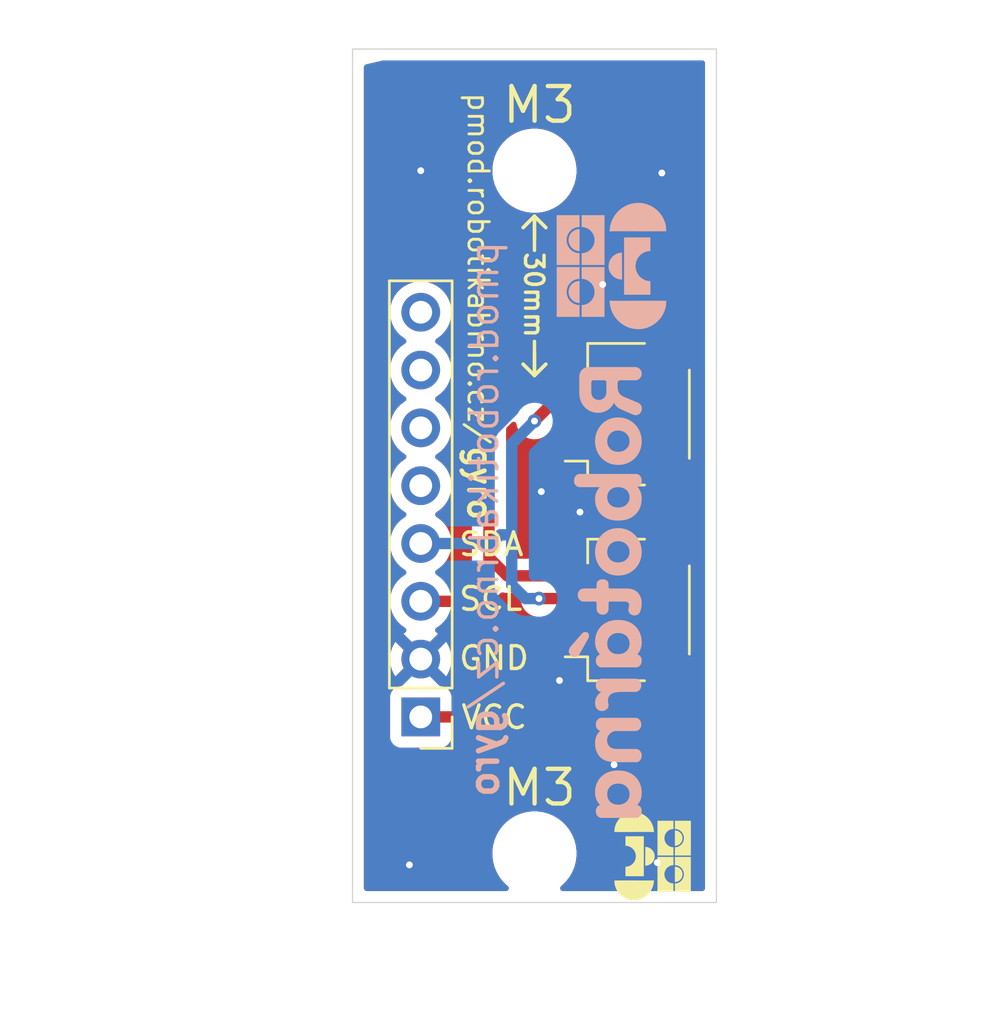
<source format=kicad_pcb>
(kicad_pcb (version 20241229) (generator "pcbnew") (generator_version "9.0")
  (layers (0 "F.Cu" signal "Front") (4 "In1.Cu" signal) (6 "In2.Cu" signal) (2 "B.Cu" signal "Back") (13 "F.Paste" user) (15 "B.Paste" user) (5 "F.SilkS" user "F.Silkscreen") (7 "B.SilkS" user "B.Silkscreen") (1 "F.Mask" user) (3 "B.Mask" user) (25 "Edge.Cuts" user))
  (net 0 "")
  (net 1 "GND")
  (net 2 "VCC")
  (net 3 "Net-(J2-Pin_3)")
  (net 4 "Net-(J2-Pin_4)")
  (footprint "Connector_JST:JST_SH_SM04B-SRSS-TB_1x04-1MP_P1.00mm_Horizontal" (layer "F.Cu") (at 143.125 100.3 90)
    (property "Reference" "J3" (hide yes))
    (property "Value" "Conn_01x04_Pin")
  )
  (footprint "MountingHole:MountingHole_3.2mm_M3" (layer "F.Cu") (at 139 81)
    (property "Reference" "H2" (hide yes))
    (property "Value" "MountingHole" (hide yes))
  )
  (footprint "Connector_PinHeader_2.54mm:PinHeader_1x08_P2.54mm_Vertical" (layer "F.Cu") (at 134 105 180)
    (property "Reference" "J4" (hide yes))
    (property "Value" "Conn_01x08_Pin" (hide yes))
  )
  (footprint "Connector_JST:JST_SH_SM04B-SRSS-TB_1x04-1MP_P1.00mm_Horizontal" (layer "F.Cu") (at 143.125 91.7 90)
    (property "Reference" "J2" (hide yes))
    (property "Value" "Conn_01x04_Pin")
  )
  (footprint "MountingHole:MountingHole_3.2mm_M3" (layer "F.Cu") (at 139 111)
    (property "Reference" "H1" (hide yes))
    (property "Value" "MountingHole" (hide yes))
  )
  (gr_line (start 139 89) (end 139 90) (stroke (width 0.1524)) (layer "F.SilkS"))
  (gr_line (start 139 90) (end 138.5 89.5) (stroke (width 0.1524)) (layer "F.SilkS"))
  (gr_line (start 139.5 89.5) (end 139 90) (stroke (width 0.1524)) (layer "F.SilkS"))
  (gr_line (start 139 84) (end 139 84.5) (stroke (width 0.1524)) (layer "F.SilkS"))
  (gr_poly (pts (xy 145.17383 111.08979) (xy 145.17383 110.72597) (xy 145.194204 110.725449) (xy 145.214311 110.723903) (xy 145.234125 110.721358) (xy 145.253622 110.717838) (xy 145.272777 110.713369) (xy 145.291564 110.707976) (xy 145.309961 110.701684) (xy 145.32794 110.694517) (xy 145.345478 110.686502) (xy 145.362549 110.677664) (xy 145.379129 110.668026) (xy 145.395193 110.657616) (xy 145.410715 110.646457) (xy 145.425672 110.634575) (xy 145.440038 110.621996) (xy 145.453788 110.608743) (xy 145.466897 110.594843) (xy 145.479341 110.580321) (xy 145.491095 110.565201) (xy 145.502133 110.549509) (xy 145.512431 110.53327) (xy 145.521965 110.516509) (xy 145.530708 110.499252) (xy 145.538637 110.481523) (xy 145.545726 110.463347) (xy 145.55195 110.44475) (xy 145.557285 110.425757) (xy 145.561706 110.406393) (xy 145.565188 110.386683) (xy 145.567706 110.366653) (xy 145.569235 110.346326) (xy 145.56975 110.32573) (xy 145.569235 110.305131) (xy 145.567706 110.284803) (xy 145.565188 110.264771) (xy 145.561706 110.24506) (xy 145.557285 110.225694) (xy 145.55195 110.2067) (xy 145.545726 110.188102) (xy 145.538637 110.169925) (xy 145.530708 110.152195) (xy 145.521965 110.134937) (xy 145.512431 110.118175) (xy 145.502133 110.101935) (xy 145.491095 110.086242) (xy 145.479341 110.071122) (xy 145.466897 110.056599) (xy 145.453788 110.042699) (xy 145.440038 110.029446) (xy 145.425672 110.016866) (xy 145.410715 110.004984) (xy 145.395193 109.993825) (xy 145.379129 109.983414) (xy 145.362549 109.973777) (xy 145.345478 109.964938) (xy 145.32794 109.956922) (xy 145.309961 109.949756) (xy 145.291564 109.943464) (xy 145.272777 109.93807) (xy 145.253622 109.933601) (xy 145.234125 109.930081) (xy 145.214311 109.927536) (xy 145.194204 109.925991) (xy 145.17383 109.92547) (xy 145.17383 109.56166) (xy 145.87678 109.56166) (xy 145.87678 111.08979)) (fill yes) (layer "F.SilkS"))
  (gr_poly (pts (xy 145.090626 111.516161) (xy 145.07052 111.517706) (xy 145.050705 111.520251) (xy 145.031209 111.523771) (xy 145.012054 111.52824) (xy 144.993266 111.533634) (xy 144.97487 111.539926) (xy 144.95689 111.547092) (xy 144.939353 111.555108) (xy 144.922281 111.563946) (xy 144.905701 111.573584) (xy 144.889638 111.583995) (xy 144.874115 111.595154) (xy 144.859158 111.607036) (xy 144.844793 111.619616) (xy 144.831043 111.632868) (xy 144.817933 111.646769) (xy 144.805489 111.661292) (xy 144.793735 111.676412) (xy 144.782697 111.692105) (xy 144.772399 111.708345) (xy 144.762866 111.725106) (xy 144.754122 111.742365) (xy 144.746193 111.760095) (xy 144.739104 111.778272) (xy 144.73288 111.79687) (xy 144.727545 111.815864) (xy 144.723124 111.83523) (xy 144.719642 111.854941) (xy 144.717124 111.874973) (xy 144.715595 111.895301) (xy 144.71508 111.9159) (xy 144.715595 111.936496) (xy 144.717124 111.956822) (xy 144.719642 111.976853) (xy 144.723124 111.996563) (xy 144.727545 112.015927) (xy 144.73288 112.03492) (xy 144.739104 112.053517) (xy 144.746193 112.071693) (xy 144.754122 112.089422) (xy 144.762866 112.106679) (xy 144.772399 112.12344) (xy 144.782697 112.139679) (xy 144.793735 112.155371) (xy 144.805489 112.170491) (xy 144.817933 112.185013) (xy 144.831043 112.198913) (xy 144.844793 112.212166) (xy 144.859158 112.224745) (xy 144.874115 112.236627) (xy 144.889638 112.247786) (xy 144.905701 112.258196) (xy 144.922281 112.267833) (xy 144.939353 112.276672) (xy 144.95689 112.284687) (xy 144.97487 112.291853) (xy 144.993266 112.298146) (xy 145.012054 112.303539) (xy 145.031209 112.308008) (xy 145.050705 112.311528) (xy 145.07052 112.314073) (xy 145.090626 112.315619) (xy 145.111 112.31614) (xy 145.111 112.679959) (xy 144.40805 112.679959) (xy 144.40805 111.15183) (xy 145.111 111.15183) (xy 145.111 111.51564)) (fill yes) (layer "F.SilkS"))
  (gr_poly (pts (xy 144.284677 111.143069) (xy 144.283755 111.157939) (xy 144.282271 111.172783) (xy 144.280228 111.187583) (xy 144.277632 111.202319) (xy 144.274488 111.216974) (xy 144.270799 111.23153) (xy 144.266572 111.245969) (xy 144.261812 111.260272) (xy 144.256522 111.274422) (xy 144.250709 111.288399) (xy 144.244376 111.302187) (xy 144.237529 111.315767) (xy 144.230173 111.32912) (xy 144.222312 111.342229) (xy 144.213952 111.355075) (xy 144.205098 111.36764) (xy 144.195754 111.379906) (xy 144.185924 111.391856) (xy 144.175615 111.40347) (xy 144.164832 111.41473) (xy 144.153577 111.42562) (xy 144.141858 111.436119) (xy 144.129679 111.44621) (xy 144.117044 111.455876) (xy 144.103958 111.465097) (xy 144.090427 111.473856) (xy 144.076456 111.482134) (xy 144.062048 111.489914) (xy 144.04721 111.497177) (xy 144.031945 111.503905) (xy 144.01626 111.51008) (xy 144.002223 111.515074) (xy 143.989391 111.519231) (xy 143.977645 111.522633) (xy 143.966866 111.525362) (xy 143.956933 111.527501) (xy 143.947728 111.529133) (xy 143.93913 111.53034) (xy 143.931021 111.531206) (xy 143.923281 111.531813) (xy 143.915791 111.532243) (xy 143.901081 111.532905) (xy 143.893623 111.533302) (xy 143.885936 111.533853) (xy 143.877902 111.534642) (xy 143.8694 111.53575) (xy 143.86823 111.53357) (xy 143.868683 111.520639) (xy 143.868886 111.507766) (xy 143.868794 111.482054) (xy 143.868468 111.456152) (xy 143.86842 111.42978) (xy 143.87019 111.12168) (xy 143.872687 110.914116) (xy 143.873131 110.790765) (xy 143.872598 110.742199) (xy 143.87135 110.70923) (xy 143.8739 110.70688) (xy 143.94639 110.71677) (xy 143.961812 110.720017) (xy 143.977068 110.723887) (xy 143.992144 110.728364) (xy 144.007022 110.733434) (xy 144.036123 110.745291) (xy 144.064241 110.759338) (xy 144.091249 110.775457) (xy 144.117017 110.793528) (xy 144.141417 110.813432) (xy 144.164319 110.83505) (xy 144.185595 110.858261) (xy 144.205115 110.882948) (xy 144.222752 110.90899) (xy 144.238377 110.936268) (xy 144.251859 110.964664) (xy 144.257757 110.979243) (xy 144.263072 110.994057) (xy 144.267786 111.009091) (xy 144.271885 111.024329) (xy 144.275351 111.039757) (xy 144.27817 111.05536) (xy 144.279546 111.064433) (xy 144.280838 111.07382) (xy 144.282015 111.083368) (xy 144.283044 111.092926) (xy 144.283892 111.102339) (xy 144.284528 111.111456) (xy 144.284918 111.120124) (xy 144.28503 111.12819)) (fill yes) (layer "F.SilkS"))
  (gr_poly (pts (xy 144.25058 110.05988) (xy 144.181188 110.056827) (xy 144.078952 110.055079) (xy 143.819267 110.054431) (xy 143.38226 110.05703) (xy 142.73364 110.05681) (xy 142.678115 110.056367) (xy 142.623583 110.055347) (xy 142.569452 110.054827) (xy 142.542352 110.05509) (xy 142.51513 110.05588) (xy 142.510541 110.05337) (xy 142.512985 110.035487) (xy 142.514749 110.018584) (xy 142.51601 110.00241) (xy 142.516943 109.986714) (xy 142.518526 109.955757) (xy 142.519528 109.939994) (xy 142.520904 109.923707) (xy 142.522831 109.906648) (xy 142.525484 109.888564) (xy 142.529038 109.869205) (xy 142.533669 109.848322) (xy 142.539553 109.825663) (xy 142.546866 109.800978) (xy 142.555783 109.774018) (xy 142.56648 109.74453) (xy 142.579679 109.711589) (xy 142.594038 109.679542) (xy 142.609517 109.648398) (xy 142.626078 109.618167) (xy 142.643685 109.588861) (xy 142.662297 109.560488) (xy 142.681877 109.533059) (xy 142.702386 109.506585) (xy 142.723787 109.481074) (xy 142.746041 109.456537) (xy 142.769109 109.432985) (xy 142.792953 109.410427) (xy 142.817536 109.388874) (xy 142.842818 109.368334) (xy 142.868761 109.34882) (xy 142.895328 109.33034) (xy 142.922479 109.312905) (xy 142.950177 109.296524) (xy 142.978384 109.281209) (xy 143.00706 109.266968) (xy 143.036168 109.253813) (xy 143.065669 109.241753) (xy 143.095525 109.230798) (xy 143.125698 109.220958) (xy 143.15615 109.212243) (xy 143.186841 109.204664) (xy 143.217735 109.198231) (xy 143.248792 109.192953) (xy 143.279974 109.188841) (xy 143.311244 109.185905) (xy 143.342562 109.184154) (xy 143.37389 109.1836) (xy 143.390867 109.183945) (xy 143.409106 109.184881) (xy 143.428289 109.186338) (xy 143.448093 109.188246) (xy 143.468198 109.190535) (xy 143.488283 109.193136) (xy 143.508028 109.195977) (xy 143.52711 109.19899) (xy 143.559921 109.205124) (xy 143.592356 109.21262) (xy 143.624383 109.221444) (xy 143.655971 109.231562) (xy 143.68709 109.242939) (xy 143.717707 109.255543) (xy 143.777313 109.284292) (xy 143.83454 109.317534) (xy 143.889139 109.354998) (xy 143.94086 109.396411) (xy 143.989453 109.441499) (xy 144.034669 109.48999) (xy 144.076258 109.541611) (xy 144.113971 109.59609) (xy 144.147559 109.653154) (xy 144.176771 109.712529) (xy 144.201358 109.773944) (xy 144.21184 109.805331) (xy 144.221071 109.837125) (xy 144.229022 109.869293) (xy 144.23566 109.9018) (xy 144.25556 110.05454)) (fill yes) (layer "F.SilkS"))
  (gr_line (start 139 83) (end 139.5 83.5) (stroke (width 0.1524)) (layer "F.SilkS"))
  (gr_line (start 138.5 89.5) (end 139 90) (stroke (width 0.1524)) (layer "F.SilkS"))
  (gr_line (start 139 90) (end 139 89) (stroke (width 0.1524)) (layer "F.SilkS"))
  (gr_line (start 139 84) (end 139 83) (stroke (width 0.1524)) (layer "F.SilkS"))
  (gr_line (start 139 83) (end 139 84) (stroke (width 0.1524)) (layer "F.SilkS"))
  (gr_line (start 139.5 83.5) (end 139 83) (stroke (width 0.1524)) (layer "F.SilkS"))
  (gr_poly (pts (xy 145.17283 112.679959) (xy 145.17283 112.31614) (xy 145.193204 112.315619) (xy 145.213311 112.314073) (xy 145.233125 112.311528) (xy 145.252622 112.308008) (xy 145.271777 112.303539) (xy 145.290564 112.298146) (xy 145.30896 112.291853) (xy 145.32694 112.284687) (xy 145.344478 112.276672) (xy 145.361549 112.267833) (xy 145.378129 112.258196) (xy 145.394192 112.247786) (xy 145.409715 112.236627) (xy 145.424672 112.224745) (xy 145.439038 112.212166) (xy 145.452788 112.198913) (xy 145.465897 112.185013) (xy 145.478341 112.170491) (xy 145.490095 112.155371) (xy 145.501133 112.139679) (xy 145.511431 112.12344) (xy 145.520965 112.106679) (xy 145.529708 112.089422) (xy 145.537637 112.071693) (xy 145.544726 112.053517) (xy 145.55095 112.03492) (xy 145.556285 112.015927) (xy 145.560706 111.996563) (xy 145.564188 111.976853) (xy 145.566706 111.956822) (xy 145.568235 111.936496) (xy 145.56875 111.9159) (xy 145.568235 111.895301) (xy 145.566706 111.874973) (xy 145.564188 111.854941) (xy 145.560706 111.83523) (xy 145.556285 111.815864) (xy 145.55095 111.79687) (xy 145.544726 111.778272) (xy 145.537637 111.760095) (xy 145.529708 111.742365) (xy 145.520965 111.725106) (xy 145.511431 111.708345) (xy 145.501133 111.692105) (xy 145.490095 111.676412) (xy 145.478341 111.661292) (xy 145.465897 111.646769) (xy 145.452788 111.632868) (xy 145.439038 111.619616) (xy 145.424672 111.607036) (xy 145.409715 111.595154) (xy 145.394192 111.583995) (xy 145.378129 111.573584) (xy 145.361549 111.563946) (xy 145.344478 111.555108) (xy 145.32694 111.547092) (xy 145.30896 111.539926) (xy 145.290564 111.533634) (xy 145.271777 111.52824) (xy 145.252622 111.523771) (xy 145.233125 111.520251) (xy 145.213311 111.517706) (xy 145.193204 111.516161) (xy 145.17283 111.51564) (xy 145.17283 111.15183) (xy 145.87578 111.15183) (xy 145.87578 112.679959)) (fill yes) (layer "F.SilkS"))
  (gr_line (start 138.5 83.5) (end 139 83) (stroke (width 0.1524)) (layer "F.SilkS"))
  (gr_poly (pts (xy 144.23566 112.339179) (xy 144.229022 112.371686) (xy 144.221071 112.403854) (xy 144.21184 112.435648) (xy 144.201358 112.467035) (xy 144.176771 112.528449) (xy 144.147559 112.587824) (xy 144.113971 112.644887) (xy 144.076258 112.699365) (xy 144.034669 112.750985) (xy 143.989453 112.799475) (xy 143.94086 112.844563) (xy 143.889139 112.885974) (xy 143.83454 112.923437) (xy 143.777313 112.956679) (xy 143.717707 112.985427) (xy 143.68709 112.99803) (xy 143.655971 113.009408) (xy 143.624383 113.019526) (xy 143.592356 113.02835) (xy 143.559921 113.035846) (xy 143.52711 113.041979) (xy 143.508028 113.044992) (xy 143.488283 113.047833) (xy 143.468198 113.050434) (xy 143.448093 113.052723) (xy 143.428289 113.054631) (xy 143.409106 113.056088) (xy 143.390867 113.057024) (xy 143.37389 113.057369) (xy 143.342562 113.056815) (xy 143.311244 113.055064) (xy 143.279974 113.052128) (xy 143.248792 113.048016) (xy 143.217735 113.042738) (xy 143.186841 113.036305) (xy 143.15615 113.028726) (xy 143.125698 113.020011) (xy 143.095525 113.010172) (xy 143.065669 112.999217) (xy 143.036168 112.987156) (xy 143.00706 112.974001) (xy 142.978384 112.95976) (xy 142.950177 112.944445) (xy 142.922479 112.928065) (xy 142.895328 112.910629) (xy 142.868761 112.892149) (xy 142.842818 112.872635) (xy 142.817536 112.852096) (xy 142.792953 112.830542) (xy 142.769109 112.807984) (xy 142.746041 112.784432) (xy 142.723787 112.759895) (xy 142.702386 112.734385) (xy 142.681877 112.70791) (xy 142.662297 112.680481) (xy 142.643685 112.652108) (xy 142.626078 112.622802) (xy 142.609517 112.592572) (xy 142.594038 112.561428) (xy 142.579679 112.52938) (xy 142.56648 112.496439) (xy 142.555783 112.466952) (xy 142.546866 112.439991) (xy 142.539553 112.415306) (xy 142.533669 112.392648) (xy 142.529038 112.371764) (xy 142.525484 112.352406) (xy 142.522831 112.334322) (xy 142.520904 112.317262) (xy 142.519528 112.300976) (xy 142.518526 112.285213) (xy 142.516943 112.254255) (xy 142.51601 112.238559) (xy 142.514749 112.222385) (xy 142.512985 112.205482) (xy 142.510541 112.1876) (xy 142.51513 112.185089) (xy 142.542352 112.18588) (xy 142.569452 112.186142) (xy 142.623583 112.185622) (xy 142.678115 112.184603) (xy 142.73364 112.184159) (xy 143.38226 112.183939) (xy 143.819267 112.186538) (xy 144.078952 112.18589) (xy 144.181188 112.184142) (xy 144.25058 112.181089) (xy 144.25556 112.186439)) (fill yes) (layer "F.SilkS"))
  (gr_poly (pts (xy 145.510104 111.930894) (xy 145.508794 111.94804) (xy 145.506642 111.964945) (xy 145.503669 111.981589) (xy 145.499895 111.99795) (xy 145.495343 112.014007) (xy 145.490034 112.029738) (xy 145.483988 112.045122) (xy 145.477227 112.060137) (xy 145.469772 112.074763) (xy 145.461645 112.088977) (xy 145.452865 112.102758) (xy 145.443456 112.116085) (xy 145.433437 112.128937) (xy 145.42283 112.141291) (xy 145.411656 112.153127) (xy 145.399937 112.164423) (xy 145.387694 112.175158) (xy 145.374947 112.185311) (xy 145.361718 112.194859) (xy 145.348029 112.203782) (xy 145.333899 112.212058) (xy 145.319352 112.219665) (xy 145.304407 112.226583) (xy 145.289086 112.23279) (xy 145.27341 112.238265) (xy 145.257401 112.242985) (xy 145.241079 112.24693) (xy 145.224465 112.250079) (xy 145.207582 112.252409) (xy 145.19045 112.2539) (xy 145.17309 112.25453) (xy 145.17329 111.57976) (xy 145.190651 111.580015) (xy 145.207783 111.581136) (xy 145.224665 111.583103) (xy 145.241277 111.585894) (xy 145.257597 111.589488) (xy 145.273605 111.593864) (xy 145.289277 111.599001) (xy 145.304595 111.604879) (xy 145.319536 111.611476) (xy 145.334079 111.618771) (xy 145.348204 111.626744) (xy 145.361888 111.635373) (xy 145.375111 111.644638) (xy 145.387852 111.654517) (xy 145.400089 111.66499) (xy 145.411801 111.676036) (xy 145.422968 111.687633) (xy 145.433567 111.699761) (xy 145.443578 111.712398) (xy 145.452979 111.725524) (xy 145.46175 111.739118) (xy 145.469869 111.753159) (xy 145.477315 111.767626) (xy 145.484067 111.782497) (xy 145.490104 111.797753) (xy 145.495404 111.813371) (xy 145.499946 111.829331) (xy 145.503709 111.845613) (xy 145.506672 111.862194) (xy 145.508814 111.879055) (xy 145.510114 111.896174) (xy 145.51055 111.91353)) (fill yes) (layer "F.SilkS"))
  (gr_poly (pts (xy 145.090626 109.925991) (xy 145.07052 109.927536) (xy 145.050705 109.930081) (xy 145.031209 109.933601) (xy 145.012054 109.93807) (xy 144.993266 109.943464) (xy 144.97487 109.949756) (xy 144.95689 109.956922) (xy 144.939353 109.964938) (xy 144.922281 109.973777) (xy 144.905701 109.983414) (xy 144.889638 109.993825) (xy 144.874115 110.004984) (xy 144.859158 110.016866) (xy 144.844793 110.029446) (xy 144.831043 110.042699) (xy 144.817933 110.056599) (xy 144.805489 110.071122) (xy 144.793735 110.086242) (xy 144.782697 110.101935) (xy 144.772399 110.118175) (xy 144.762866 110.134937) (xy 144.754122 110.152195) (xy 144.746193 110.169925) (xy 144.739104 110.188102) (xy 144.73288 110.2067) (xy 144.727545 110.225694) (xy 144.723124 110.24506) (xy 144.719642 110.264771) (xy 144.717124 110.284803) (xy 144.715595 110.305131) (xy 144.71508 110.32573) (xy 144.715595 110.346326) (xy 144.717124 110.366653) (xy 144.719642 110.386683) (xy 144.723124 110.406393) (xy 144.727545 110.425757) (xy 144.73288 110.44475) (xy 144.739104 110.463347) (xy 144.746193 110.481523) (xy 144.754122 110.499252) (xy 144.762866 110.516509) (xy 144.772399 110.53327) (xy 144.782697 110.549509) (xy 144.793735 110.565201) (xy 144.805489 110.580321) (xy 144.817933 110.594843) (xy 144.831043 110.608743) (xy 144.844793 110.621996) (xy 144.859158 110.634575) (xy 144.874115 110.646457) (xy 144.889638 110.657616) (xy 144.905701 110.668026) (xy 144.922281 110.677664) (xy 144.939353 110.686502) (xy 144.95689 110.694517) (xy 144.97487 110.701684) (xy 144.993266 110.707976) (xy 145.012054 110.713369) (xy 145.031209 110.717838) (xy 145.050705 110.721358) (xy 145.07052 110.723903) (xy 145.090626 110.725449) (xy 145.111 110.72597) (xy 145.111 111.08979) (xy 144.40805 111.08979) (xy 144.40805 109.56166) (xy 145.111 109.56166) (xy 145.111 109.92547)) (fill yes) (layer "F.SilkS"))
  (gr_line (start 139 83) (end 138.5 83.5) (stroke (width 0.1524)) (layer "F.SilkS"))
  (gr_poly (pts (xy 143 112) (xy 143 111.581869) (xy 143.023415 111.581271) (xy 143.046523 111.579495) (xy 143.069295 111.57657) (xy 143.091702 111.572525) (xy 143.113717 111.567389) (xy 143.135309 111.561191) (xy 143.156451 111.553959) (xy 143.177114 111.545724) (xy 143.19727 111.536512) (xy 143.216889 111.526355) (xy 143.235944 111.515279) (xy 143.254406 111.503315) (xy 143.272246 111.490491) (xy 143.289435 111.476837) (xy 143.305945 111.46238) (xy 143.321748 111.44715) (xy 143.336814 111.431175) (xy 143.351116 111.414486) (xy 143.364624 111.397109) (xy 143.37731 111.379076) (xy 143.389145 111.360413) (xy 143.400102 111.341151) (xy 143.41015 111.321318) (xy 143.419262 111.300943) (xy 143.42741 111.280055) (xy 143.434563 111.258683) (xy 143.440695 111.236855) (xy 143.445776 111.214601) (xy 143.449777 111.19195) (xy 143.452671 111.16893) (xy 143.454428 111.14557) (xy 143.45502 111.1219) (xy 143.454428 111.098227) (xy 143.452671 111.074864) (xy 143.449777 111.051842) (xy 143.445776 111.029188) (xy 143.440695 111.006932) (xy 143.434563 110.985102) (xy 143.42741 110.963728) (xy 143.419262 110.942837) (xy 143.41015 110.922461) (xy 143.400102 110.902626) (xy 143.389145 110.883362) (xy 143.37731 110.864698) (xy 143.364624 110.846663) (xy 143.351116 110.829285) (xy 143.336814 110.812594) (xy 143.321748 110.796619) (xy 143.305945 110.781387) (xy 143.289435 110.766929) (xy 143.272246 110.753274) (xy 143.254406 110.740449) (xy 143.235944 110.728484) (xy 143.216889 110.717408) (xy 143.19727 110.707249) (xy 143.177114 110.698038) (xy 143.156451 110.689802) (xy 143.135309 110.68257) (xy 143.113717 110.676371) (xy 143.091702 110.671235) (xy 143.069295 110.66719) (xy 143.046523 110.664265) (xy 143.023415 110.662488) (xy 143 110.66189) (xy 143 110.24378) (xy 143.80787 110.24378) (xy 143.80787 112)) (fill yes) (layer "F.SilkS"))
  (gr_line (start 139 90) (end 139.5 89.5) (stroke (width 0.1524)) (layer "F.SilkS"))
  (gr_poly (pts (xy 145.510104 110.340724) (xy 145.508794 110.35787) (xy 145.506642 110.374775) (xy 145.503669 110.391419) (xy 145.499895 110.407781) (xy 145.495343 110.423837) (xy 145.490034 110.439568) (xy 145.483988 110.454952) (xy 145.477227 110.469968) (xy 145.469772 110.484593) (xy 145.461645 110.498807) (xy 145.452865 110.512588) (xy 145.443456 110.525915) (xy 145.433437 110.538767) (xy 145.42283 110.551121) (xy 145.411656 110.562957) (xy 145.399937 110.574254) (xy 145.387694 110.584989) (xy 145.374947 110.595141) (xy 145.361718 110.604689) (xy 145.348029 110.613612) (xy 145.333899 110.621888) (xy 145.319352 110.629496) (xy 145.304407 110.636414) (xy 145.289086 110.64262) (xy 145.27341 110.648095) (xy 145.257401 110.652815) (xy 145.241079 110.656761) (xy 145.224465 110.659909) (xy 145.207582 110.662239) (xy 145.19045 110.66373) (xy 145.17309 110.66436) (xy 145.17329 109.98959) (xy 145.190651 109.989845) (xy 145.207783 109.990967) (xy 145.224665 109.992933) (xy 145.241277 109.995724) (xy 145.257597 109.999318) (xy 145.273605 110.003694) (xy 145.289277 110.008831) (xy 145.304595 110.014709) (xy 145.319536 110.021306) (xy 145.334079 110.028602) (xy 145.348204 110.036574) (xy 145.361888 110.045204) (xy 145.375111 110.054469) (xy 145.387852 110.064348) (xy 145.400089 110.074821) (xy 145.411801 110.085866) (xy 145.422968 110.097463) (xy 145.433567 110.109591) (xy 145.443578 110.122228) (xy 145.452979 110.135355) (xy 145.46175 110.148949) (xy 145.469869 110.162989) (xy 145.477315 110.177456) (xy 145.484067 110.192328) (xy 145.490104 110.207583) (xy 145.495404 110.223201) (xy 145.499946 110.239162) (xy 145.503709 110.255443) (xy 145.506672 110.272025) (xy 145.508814 110.288885) (xy 145.510114 110.306004) (xy 145.51055 110.32336)) (fill yes) (layer "F.SilkS"))
  (gr_line (start 139 89) (end 139 88.5) (stroke (width 0.1524)) (layer "F.SilkS"))
  (gr_poly (pts (xy 140.983412 87.423684) (xy 140.983412 86.902235) (xy 140.95421 86.901488) (xy 140.925392 86.899273) (xy 140.896992 86.895625) (xy 140.869047 86.89058) (xy 140.841592 86.884174) (xy 140.814663 86.876443) (xy 140.788295 86.867424) (xy 140.762524 86.857152) (xy 140.737387 86.845664) (xy 140.712917 86.832995) (xy 140.689152 86.819181) (xy 140.666127 86.80426) (xy 140.643877 86.788266) (xy 140.622438 86.771235) (xy 140.601846 86.753205) (xy 140.582137 86.73421) (xy 140.563346 86.714287) (xy 140.545508 86.693472) (xy 140.52866 86.671801) (xy 140.512838 86.64931) (xy 140.498076 86.626035) (xy 140.484411 86.602012) (xy 140.471877 86.577278) (xy 140.460512 86.551868) (xy 140.45035 86.525818) (xy 140.441428 86.499164) (xy 140.43378 86.471943) (xy 140.427442 86.44419) (xy 140.422451 86.415942) (xy 140.418842 86.387234) (xy 140.41665 86.358103) (xy 140.415912 86.328585) (xy 140.41665 86.299062) (xy 140.418842 86.269927) (xy 140.422451 86.241215) (xy 140.427442 86.212963) (xy 140.43378 86.185207) (xy 140.441428 86.157982) (xy 140.45035 86.131326) (xy 140.460512 86.105273) (xy 140.471877 86.07986) (xy 140.484411 86.055123) (xy 140.498076 86.031099) (xy 140.512838 86.007822) (xy 140.52866 85.985329) (xy 140.545508 85.963657) (xy 140.563346 85.94284) (xy 140.582137 85.922916) (xy 140.601846 85.90392) (xy 140.622438 85.885889) (xy 140.643877 85.868857) (xy 140.666127 85.852863) (xy 140.689152 85.83794) (xy 140.712917 85.824126) (xy 140.737387 85.811457) (xy 140.762524 85.799968) (xy 140.788295 85.789696) (xy 140.814663 85.780677) (xy 140.841592 85.772946) (xy 140.869047 85.76654) (xy 140.896992 85.761495) (xy 140.925392 85.757847) (xy 140.95421 85.755631) (xy 140.983412 85.754885) (xy 140.983412 85.233435) (xy 139.975862 85.233435) (xy 139.975862 87.423684)) (fill yes) (layer "B.SilkS"))
  (gr_poly (pts (xy 144.097712 86.449135) (xy 144.097712 85.849835) (xy 144.06415 85.848977) (xy 144.031028 85.846431) (xy 143.998388 85.842238) (xy 143.966271 85.836439) (xy 143.934717 85.829077) (xy 143.903768 85.820192) (xy 143.873464 85.809826) (xy 143.843846 85.798021) (xy 143.814956 85.784817) (xy 143.786835 85.770257) (xy 143.759523 85.754381) (xy 143.733061 85.737231) (xy 143.70749 85.718849) (xy 143.682852 85.699276) (xy 143.659188 85.678553) (xy 143.636537 85.656722) (xy 143.614942 85.633825) (xy 143.594443 85.609902) (xy 143.575081 85.584995) (xy 143.556898 85.559146) (xy 143.539933 85.532396) (xy 143.524229 85.504787) (xy 143.509826 85.476359) (xy 143.496765 85.447155) (xy 143.485087 85.417216) (xy 143.474834 85.386583) (xy 143.466045 85.355297) (xy 143.458762 85.323401) (xy 143.453027 85.290935) (xy 143.448879 85.257941) (xy 143.446361 85.224461) (xy 143.445512 85.190535) (xy 143.446361 85.156605) (xy 143.448879 85.123121) (xy 143.453027 85.090123) (xy 143.458762 85.057655) (xy 143.466045 85.025756) (xy 143.474834 84.994469) (xy 143.485087 84.963834) (xy 143.496765 84.933894) (xy 143.509826 84.904689) (xy 143.524229 84.876261) (xy 143.539933 84.848651) (xy 143.556898 84.821901) (xy 143.575081 84.796053) (xy 143.594443 84.771147) (xy 143.614942 84.747225) (xy 143.636537 84.724329) (xy 143.659188 84.702499) (xy 143.682852 84.681778) (xy 143.70749 84.662206) (xy 143.733061 84.643826) (xy 143.759523 84.626677) (xy 143.786835 84.610803) (xy 143.814956 84.596244) (xy 143.843846 84.583042) (xy 143.873464 84.571238) (xy 143.903768 84.560873) (xy 143.934717 84.55199) (xy 143.966271 84.544629) (xy 143.998388 84.538831) (xy 144.031028 84.534639) (xy 144.06415 84.532093) (xy 144.097712 84.531235) (xy 144.097712 83.931935) (xy 142.939762 83.931935) (xy 142.939762 86.449135)) (fill yes) (layer "B.SilkS"))
  (gr_poly (pts (xy 141.101214 85.755631) (xy 141.130032 85.757847) (xy 141.158432 85.761495) (xy 141.186377 85.76654) (xy 141.213832 85.772946) (xy 141.240761 85.780677) (xy 141.267129 85.789696) (xy 141.292899 85.799968) (xy 141.318037 85.811457) (xy 141.342507 85.824126) (xy 141.366272 85.83794) (xy 141.389297 85.852863) (xy 141.411547 85.868857) (xy 141.432986 85.885889) (xy 141.453578 85.90392) (xy 141.473287 85.922916) (xy 141.492078 85.94284) (xy 141.509916 85.963657) (xy 141.526764 85.985329) (xy 141.542586 86.007822) (xy 141.557348 86.031099) (xy 141.571014 86.055123) (xy 141.583547 86.07986) (xy 141.594912 86.105273) (xy 141.605074 86.131326) (xy 141.613997 86.157982) (xy 141.621644 86.185207) (xy 141.627982 86.212963) (xy 141.632973 86.241215) (xy 141.636582 86.269927) (xy 141.638774 86.299062) (xy 141.639512 86.328585) (xy 141.638774 86.358103) (xy 141.636582 86.387234) (xy 141.632973 86.415942) (xy 141.627982 86.44419) (xy 141.621644 86.471943) (xy 141.613997 86.499164) (xy 141.605074 86.525818) (xy 141.594912 86.551868) (xy 141.583547 86.577278) (xy 141.571014 86.602012) (xy 141.557348 86.626035) (xy 141.542586 86.64931) (xy 141.526764 86.671801) (xy 141.509916 86.693472) (xy 141.492078 86.714287) (xy 141.473287 86.73421) (xy 141.453578 86.753205) (xy 141.432986 86.771235) (xy 141.411547 86.788266) (xy 141.389297 86.80426) (xy 141.366272 86.819181) (xy 141.342507 86.832995) (xy 141.318037 86.845664) (xy 141.2929 86.857152) (xy 141.267129 86.867424) (xy 141.240761 86.876443) (xy 141.213832 86.884174) (xy 141.186377 86.89058) (xy 141.158432 86.895625) (xy 141.130032 86.899273) (xy 141.101214 86.901488) (xy 141.072012 86.902235) (xy 141.072012 87.423684) (xy 142.079562 87.423684) (xy 142.079562 85.233435) (xy 141.072012 85.233435) (xy 141.072012 85.754885)) (fill yes) (layer "B.SilkS"))
  (gr_poly (pts (xy 140.981962 85.144535) (xy 140.981962 84.623035) (xy 140.952761 84.622289) (xy 140.923943 84.620074) (xy 140.895544 84.616426) (xy 140.867599 84.611382) (xy 140.840145 84.604977) (xy 140.813217 84.597247) (xy 140.786851 84.588229) (xy 140.761082 84.577959) (xy 140.735946 84.566472) (xy 140.711479 84.553805) (xy 140.687716 84.539993) (xy 140.664693 84.525073) (xy 140.642445 84.50908) (xy 140.621009 84.492051) (xy 140.600419 84.474022) (xy 140.580712 84.455029) (xy 140.561923 84.435107) (xy 140.544088 84.414293) (xy 140.527242 84.392622) (xy 140.511422 84.370132) (xy 140.496662 84.346857) (xy 140.482999 84.322835) (xy 140.470468 84.2981) (xy 140.459104 84.272689) (xy 140.448944 84.246638) (xy 140.440023 84.219983) (xy 140.432376 84.19276) (xy 140.42604 84.165004) (xy 140.42105 84.136753) (xy 140.417442 84.108042) (xy 140.41525 84.078908) (xy 140.414512 84.049385) (xy 140.41525 84.019862) (xy 140.417442 83.990727) (xy 140.42105 83.962015) (xy 140.42604 83.933763) (xy 140.432376 83.906007) (xy 140.440023 83.878782) (xy 140.448944 83.852126) (xy 140.459104 83.826073) (xy 140.470468 83.80066) (xy 140.482999 83.775924) (xy 140.496662 83.751899) (xy 140.511422 83.728622) (xy 140.527242 83.706129) (xy 140.544088 83.684457) (xy 140.561923 83.66364) (xy 140.580712 83.643716) (xy 140.600419 83.62472) (xy 140.621009 83.606689) (xy 140.642445 83.589658) (xy 140.664693 83.573663) (xy 140.687716 83.55874) (xy 140.711479 83.544927) (xy 140.735946 83.532257) (xy 140.761082 83.520768) (xy 140.786851 83.510496) (xy 140.813217 83.501477) (xy 140.840145 83.493746) (xy 140.867599 83.48734) (xy 140.895544 83.482295) (xy 140.923943 83.478647) (xy 140.952761 83.476431) (xy 140.981962 83.475685) (xy 140.981962 82.954235) (xy 139.974412 82.954235) (xy 139.974412 85.144535)) (fill yes) (layer "B.SilkS"))
  (gr_poly (pts (xy 142.298112 86.716335) (xy 142.298112 86.716334) (xy 142.298112 86.716335)) (fill yes) (layer "B.SilkS"))
  (gr_poly (pts (xy 141.664472 104.38572) (xy 141.6654 104.406904) (xy 141.666949 104.427884) (xy 141.669118 104.448659) (xy 141.671909 104.469227) (xy 141.675321 104.489588) (xy 141.679355 104.509741) (xy 141.684012 104.529683) (xy 141.687506 104.541132) (xy 141.69139 104.552322) (xy 141.695662 104.563253) (xy 141.700323 104.573925) (xy 141.705372 104.584338) (xy 141.71081 104.594493) (xy 141.716636 104.60439) (xy 141.722849 104.614028) (xy 141.729451 104.623407) (xy 141.736441 104.632528) (xy 141.743818 104.641391) (xy 141.751582 104.649996) (xy 141.759734 104.658342) (xy 141.768273 104.666431) (xy 141.777199 104.674262) (xy 141.786512 104.681834) (xy 141.796109 104.689036) (xy 141.805888 104.695775) (xy 141.815848 104.702049) (xy 141.825989 104.707858) (xy 141.836312 104.713204) (xy 141.846816 104.718085) (xy 141.857502 104.722501) (xy 141.868368 104.726453) (xy 141.879416 104.72994) (xy 141.890644 104.732962) (xy 141.902054 104.73552) (xy 141.913644 104.737613) (xy 141.925415 104.739241) (xy 141.937367 104.740403) (xy 141.949499 104.741101) (xy 141.961812 104.741334) (xy 141.978981 104.740985) (xy 141.995761 104.739939) (xy 142.012154 104.738196) (xy 142.02816 104.735755) (xy 142.043777 104.732616) (xy 142.059008 104.72878) (xy 142.07385 104.724246) (xy 142.088306 104.719015) (xy 142.102374 104.713085) (xy 142.116055 104.706458) (xy 142.129348 104.699133) (xy 142.142255 104.691109) (xy 142.154775 104.682388) (xy 142.166907 104.672968) (xy 142.178653 104.66285) (xy 142.190012 104.652034) (xy 142.200716 104.640761) (xy 142.210517 104.629255) (xy 142.219415 104.617516) (xy 142.227409 104.605543) (xy 142.234499 104.593338) (xy 142.240686 104.580899) (xy 142.245969 104.568227) (xy 142.250349 104.555321) (xy 142.253826 104.542183) (xy 142.256399 104.528811) (xy 142.258068 104.515206) (xy 142.258834 104.501368) (xy 142.258696 104.487297) (xy 142.257655 104.472993) (xy 142.25571 104.458455) (xy 142.252862 104.443684) (xy 142.248205 104.422195) (xy 142.244171 104.400701) (xy 142.240759 104.379206) (xy 142.237968 104.357709) (xy 142.235799 104.336212) (xy 142.23425 104.314716) (xy 142.233321 104.293223) (xy 142.233012 104.271733) (xy 142.233425 104.252918) (xy 142.234664 104.234517) (xy 142.23673 104.216529) (xy 142.239622 104.198955) (xy 142.243341 104.181795) (xy 142.247886 104.165049) (xy 142.253257 104.148716) (xy 142.259456 104.132797) (xy 142.266481 104.117291) (xy 142.274333 104.1022) (xy 142.283012 104.087521) (xy 142.292517 104.073257) (xy 142.30285 104.059406) (xy 142.31401 104.045969) (xy 142.325998 104.032945) (xy 142.338812 104.020335) (xy 142.352893 104.008251) (xy 142.368681 103.996785) (xy 142.386174 103.985938) (xy 142.405373 103.97571) (xy 142.426278 103.966102) (xy 142.448888 103.957112) (xy 142.473204 103.948742) (xy 142.499225 103.940991) (xy 142.52695 103.933859) (xy 142.556381 103.927347) (xy 142.587517 103.921454) (xy 142.620357 103.91618) (xy 142.654902 103.911527) (xy 142.691151 103.907493) (xy 142.729104 103.904078) (xy 142.768762 103.901284) (xy 143.430212 103.901284) (xy 143.444131 103.900961) (xy 143.457765 103.899993) (xy 143.471113 103.898379) (xy 143.484177 103.896119) (xy 143.496955 103.893213) (xy 143.509448 103.889662) (xy 143.521656 103.885465) (xy 143.53358 103.880623) (xy 143.54522 103.875134) (xy 143.556576 103.869) (xy 143.567649 103.86222) (xy 143.578438 103.854795) (xy 143.588943 103.846723) (xy 143.599165 103.838006) (xy 143.609105 103.828643) (xy 143.618762 103.818635) (xy 143.627971 103.808153) (xy 143.636586 103.797387) (xy 143.644607 103.786338) (xy 143.652034 103.775005) (xy 143.658866 103.763388) (xy 143.665105 103.751488) (xy 143.670749 103.739304) (xy 143.675799 103.726837) (xy 143.680255 103.714085) (xy 143.684117 103.70105) (xy 143.687385 103.687732) (xy 143.690059 103.67413) (xy 143.692138 103.660244) (xy 143.693624 103.646075) (xy 143.694515 103.631622) (xy 143.694812 103.616885) (xy 143.694528 103.601328) (xy 143.693675 103.586081) (xy 143.692254 103.571145) (xy 143.690265 103.556519) (xy 143.687707 103.542203) (xy 143.684581 103.528198) (xy 143.680887 103.514502) (xy 143.676624 103.501117) (xy 143.671793 103.488041) (xy 143.666394 103.475276) (xy 143.660426 103.46282) (xy 143.65389 103.450674) (xy 143.646785 103.438838) (xy 143.639112 103.427311) (xy 143.630871 103.416094) (xy 143.622062 103.405187) (xy 143.612813 103.394778) (xy 143.603253 103.385042) (xy 143.593383 103.375977) (xy 143.583203 103.367583) (xy 143.572713 103.359861) (xy 143.561912 103.35281) (xy 143.550801 103.346431) (xy 143.53938 103.340723) (xy 143.52765 103.335687) (xy 143.515609 103.331323) (xy 143.503259 103.327629) (xy 143.490599 103.324608) (xy 143.477629 103.322257) (xy 143.464349 103.320579) (xy 143.45076 103.319571) (xy 143.436862 103.319236) (xy 141.955212 103.319236) (xy 141.942092 103.319559) (xy 141.929205 103.320527) (xy 141.916553 103.322141) (xy 141.904135 103.324401) (xy 141.891951 103.327307) (xy 141.88 103.330858) (xy 141.868283 103.335055) (xy 141.8568 103.339898) (xy 141.845549 103.345386) (xy 141.834531 103.351521) (xy 141.823747 103.3583) (xy 141.813195 103.365726) (xy 141.802876 103.373797) (xy 141.792789 103.382514) (xy 141.782934 103.391877) (xy 141.773312 103.401885) (xy 141.764094 103.412419) (xy 141.755471 103.423339) (xy 141.747444 103.434647) (xy 141.740011 103.446342) (xy 141.733174 103.458423) (xy 141.726931 103.470892) (xy 141.721284 103.483748) (xy 141.716231 103.496991) (xy 141.711773 103.510621) (xy 141.707909 103.524639) (xy 141.70464 103.539045) (xy 141.701966 103.553837) (xy 141.699886 103.569018) (xy 141.6984 103.584586) (xy 141.697509 103.600542) (xy 141.697212 103.616885) (xy 141.697483 103.631596) (xy 141.698297 103.645971) (xy 141.699653 103.660011) (xy 141.701553 103.673716) (xy 141.703994 103.687085) (xy 141.706978 103.700119) (xy 141.710505 103.712817) (xy 141.714574 103.725179) (xy 141.719186 103.737206) (xy 141.724341 103.748897) (xy 141.730038 103.760252) (xy 141.736278 103.771271) (xy 141.74306 103.781954) (xy 141.750385 103.7923) (xy 141.758252 103.802311) (xy 141.766662 103.811986) (xy 141.77546 103.821255) (xy 141.784491 103.830032) (xy 141.793755 103.838318) (xy 141.803252 103.846111) (xy 141.812982 103.853413) (xy 141.822945 103.860222) (xy 141.83314 103.86654) (xy 141.843568 103.872366) (xy 141.854229 103.877701) (xy 141.865122 103.882544) (xy 141.876248 103.886896) (xy 141.887607 103.890756) (xy 141.899197 103.894125) (xy 141.91102 103.897002) (xy 141.923075 103.899389) (xy 141.935362 103.901284) (xy 141.92143 103.910585) (xy 141.907757 103.9203) (xy 141.894344 103.930428) (xy 141.881191 103.940969) (xy 141.868297 103.951925) (xy 141.855662 103.963294) (xy 141.843286 103.975076) (xy 141.831168 103.987273) (xy 141.819309 103.999883) (xy 141.807708 104.012906) (xy 141.796365 104.026343) (xy 141.78528 104.040194) (xy 141.774452 104.054459) (xy 141.763882 104.069137) (xy 141.753568 104.084229) (xy 141.743512 104.099734) (xy 141.733903 104.115498) (xy 141.724914 104.131365) (xy 141.716545 104.147335) (xy 141.708796 104.163409) (xy 141.701667 104.179585) (xy 141.695158 104.195865) (xy 141.689269 104.212248) (xy 141.684 104.228733) (xy 141.67935 104.245322) (xy 141.675321 104.262015) (xy 141.671911 104.27881) (xy 141.669121 104.295708) (xy 141.666952 104.31271) (xy 141.665402 104.329814) (xy 141.664472 104.347022) (xy 141.664162 104.364333)) (fill yes) (layer "B.SilkS"))
  (gr_poly (pts (xy 142.326662 86.935234) (xy 142.336177 86.981831) (xy 142.347572 87.02794) (xy 142.360803 87.073514) (xy 142.375826 87.118503) (xy 142.411066 87.206533) (xy 142.452935 87.291638) (xy 142.501074 87.373429) (xy 142.555127 87.451514) (xy 142.614736 87.525502) (xy 142.679543 87.595003) (xy 142.749191 87.659626) (xy 142.823321 87.718981) (xy 142.901576 87.772676) (xy 142.983599 87.820321) (xy 143.069031 87.861525) (xy 143.112914 87.87959) (xy 143.157516 87.895898) (xy 143.202791 87.9104) (xy 143.248695 87.923048) (xy 143.295184 87.933792) (xy 143.342212 87.942584) (xy 143.369559 87.946901) (xy 143.397857 87.950973) (xy 143.426645 87.954698) (xy 143.455462 87.957978) (xy 143.483848 87.960712) (xy 143.511342 87.962799) (xy 143.537483 87.96414) (xy 143.561812 87.964635) (xy 143.606715 87.963843) (xy 143.651603 87.961337) (xy 143.696421 87.957131) (xy 143.741114 87.95124) (xy 143.785628 87.943677) (xy 143.829907 87.934459) (xy 143.873896 87.923598) (xy 143.917541 87.911109) (xy 143.960788 87.897007) (xy 144.00358 87.881307) (xy 144.045863 87.864022) (xy 144.087582 87.845168) (xy 144.128683 87.824758) (xy 144.16911 87.802807) (xy 144.208809 87.77933) (xy 144.247724 87.754341) (xy 144.285801 87.727854) (xy 144.322986 87.699885) (xy 144.359222 87.670447) (xy 144.394455 87.639554) (xy 144.428631 87.607222) (xy 144.461694 87.573465) (xy 144.49359 87.538297) (xy 144.524263 87.501732) (xy 144.55366 87.463786) (xy 144.581724 87.424472) (xy 144.608401 87.383806) (xy 144.633636 87.341801) (xy 144.657375 87.298472) (xy 144.679562 87.253833) (xy 144.700142 87.207899) (xy 144.719062 87.160684) (xy 144.734399 87.118413) (xy 144.747183 87.079764) (xy 144.757667 87.044378) (xy 144.766103 87.011898) (xy 144.772742 86.981963) (xy 144.777836 86.954215) (xy 144.781638 86.928294) (xy 144.784399 86.903841) (xy 144.786372 86.880497) (xy 144.787808 86.857904) (xy 144.790078 86.813531) (xy 144.791415 86.791033) (xy 144.793224 86.767849) (xy 144.795755 86.743619) (xy 144.799262 86.717985) (xy 144.792662 86.714385) (xy 144.753651 86.715519) (xy 144.714812 86.715897) (xy 144.637224 86.71516) (xy 144.559055 86.71371) (xy 144.479462 86.713085) (xy 143.549812 86.712785) (xy 142.923449 86.716491) (xy 142.551248 86.715562) (xy 142.404717 86.713059) (xy 142.305262 86.708685) (xy 142.298112 86.716335)) (fill yes) (layer "B.SilkS"))
  (gr_poly (pts (xy 141.101214 83.476431) (xy 141.130032 83.478647) (xy 141.158432 83.482295) (xy 141.186377 83.48734) (xy 141.213832 83.493746) (xy 141.240761 83.501477) (xy 141.267129 83.510496) (xy 141.292899 83.520768) (xy 141.318037 83.532257) (xy 141.342507 83.544927) (xy 141.366272 83.55874) (xy 141.389297 83.573663) (xy 141.411547 83.589658) (xy 141.432986 83.606689) (xy 141.453578 83.62472) (xy 141.473287 83.643716) (xy 141.492078 83.66364) (xy 141.509916 83.684457) (xy 141.526764 83.706129) (xy 141.542586 83.728622) (xy 141.557348 83.751899) (xy 141.571014 83.775924) (xy 141.583547 83.80066) (xy 141.594912 83.826073) (xy 141.605074 83.852126) (xy 141.613997 83.878782) (xy 141.621644 83.906007) (xy 141.627982 83.933763) (xy 141.632973 83.962015) (xy 141.636582 83.990727) (xy 141.638774 84.019862) (xy 141.639512 84.049385) (xy 141.638774 84.078908) (xy 141.636582 84.108042) (xy 141.632973 84.136753) (xy 141.627982 84.165004) (xy 141.621644 84.19276) (xy 141.613997 84.219983) (xy 141.605074 84.246638) (xy 141.594912 84.272689) (xy 141.583547 84.2981) (xy 141.571014 84.322835) (xy 141.557348 84.346857) (xy 141.542586 84.370132) (xy 141.526764 84.392622) (xy 141.509916 84.414293) (xy 141.492078 84.435107) (xy 141.473287 84.455029) (xy 141.453578 84.474022) (xy 141.432986 84.492051) (xy 141.411547 84.50908) (xy 141.389297 84.525073) (xy 141.366272 84.539993) (xy 141.342507 84.553805) (xy 141.318037 84.566472) (xy 141.2929 84.577959) (xy 141.267129 84.588229) (xy 141.240761 84.597247) (xy 141.213832 84.604977) (xy 141.186377 84.611382) (xy 141.158432 84.616426) (xy 141.130032 84.620074) (xy 141.101214 84.622289) (xy 141.072012 84.623035) (xy 141.072012 85.144535) (xy 142.079562 85.144535) (xy 142.079562 82.954235) (xy 141.072012 82.954235) (xy 141.072012 83.475685)) (fill yes) (layer "B.SilkS"))
  (gr_poly (pts (xy 140.5 86.350074) (xy 140.501876 86.37465) (xy 140.504959 86.398881) (xy 140.509219 86.422737) (xy 140.514626 86.446188) (xy 140.521148 86.469202) (xy 140.528757 86.491749) (xy 140.537421 86.513799) (xy 140.547109 86.53532) (xy 140.557793 86.556282) (xy 140.569441 86.576654) (xy 140.582022 86.596406) (xy 140.595507 86.615507) (xy 140.609866 86.633926) (xy 140.625067 86.651633) (xy 140.641081 86.668597) (xy 140.657876 86.684787) (xy 140.675424 86.700173) (xy 140.693693 86.714723) (xy 140.712652 86.728408) (xy 140.732273 86.741197) (xy 140.752523 86.753058) (xy 140.773374 86.763962) (xy 140.794794 86.773877) (xy 140.816753 86.782773) (xy 140.839221 86.790619) (xy 140.862167 86.797385) (xy 140.885562 86.80304) (xy 140.909374 86.807553) (xy 140.933573 86.810894) (xy 140.958129 86.813031) (xy 140.983012 86.813935) (xy 140.982762 85.846785) (xy 140.957879 85.847153) (xy 140.933324 85.848762) (xy 140.909126 85.851583) (xy 140.885316 85.855584) (xy 140.861924 85.860737) (xy 140.838981 85.86701) (xy 140.816517 85.874374) (xy 140.794562 85.8828) (xy 140.773147 85.892256) (xy 140.752301 85.902713) (xy 140.732056 85.914141) (xy 140.712442 85.92651) (xy 140.693489 85.939789) (xy 140.675227 85.953949) (xy 140.657687 85.96896) (xy 140.640899 85.984791) (xy 140.624894 86.001413) (xy 140.609702 86.018796) (xy 140.595353 86.036909) (xy 140.581877 86.055722) (xy 140.569306 86.075206) (xy 140.557668 86.09533) (xy 140.546996 86.116065) (xy 140.537318 86.137379) (xy 140.528666 86.159245) (xy 140.52107 86.18163) (xy 140.514559 86.204506) (xy 140.509165 86.227841) (xy 140.504918 86.251607) (xy 140.501849 86.275773) (xy 140.499986 86.300309) (xy 140.499362 86.325185)) (fill yes) (layer "B.SilkS"))
  (gr_poly (pts (xy 141.664666 97.785891) (xy 141.666178 97.821608) (xy 141.668697 97.856887) (xy 141.672224 97.891728) (xy 141.676758 97.92613) (xy 141.6823 97.960093) (xy 141.688849 97.993618) (xy 141.696406 98.026703) (xy 141.70497 98.05935) (xy 141.714541 98.091558) (xy 141.725119 98.123327) (xy 141.736704 98.154657) (xy 141.749296 98.185548) (xy 141.762894 98.215999) (xy 141.7775 98.246011) (xy 141.793112 98.275584) (xy 141.809624 98.304562) (xy 141.826912 98.332791) (xy 141.844973 98.360269) (xy 141.86381 98.386997) (xy 141.883421 98.412976) (xy 141.903808 98.438205) (xy 141.924969 98.462685) (xy 141.946906 98.486415) (xy 141.969618 98.509396) (xy 141.993105 98.531627) (xy 142.017367 98.553109) (xy 142.042405 98.573842) (xy 142.068218 98.593826) (xy 142.094807 98.613061) (xy 142.122172 98.631546) (xy 142.150312 98.649283) (xy 142.179137 98.666103) (xy 142.208557 98.681838) (xy 142.23857 98.696488) (xy 142.269178 98.710052) (xy 142.30038 98.722531) (xy 142.332175 98.733926) (xy 142.364566 98.744235) (xy 142.39755 98.753459) (xy 142.431128 98.761597) (xy 142.4653 98.768651) (xy 142.500067 98.774619) (xy 142.535428 98.779503) (xy 142.571383 98.783301) (xy 142.607932 98.786014) (xy 142.645075 98.787641) (xy 142.682812 98.788184) (xy 142.719767 98.787641) (xy 142.756232 98.786014) (xy 142.792207 98.783301) (xy 142.827693 98.779503) (xy 142.862688 98.774619) (xy 142.897192 98.768651) (xy 142.931207 98.761597) (xy 142.964731 98.753459) (xy 142.997765 98.744235) (xy 143.030308 98.733926) (xy 143.06236 98.722531) (xy 143.093922 98.710052) (xy 143.124993 98.696488) (xy 143.155574 98.681838) (xy 143.185663 98.666103) (xy 143.215262 98.649283) (xy 143.244214 98.631546) (xy 143.272365 98.613061) (xy 143.299715 98.593826) (xy 143.326263 98.573842) (xy 143.35201 98.553109) (xy 143.376955 98.531627) (xy 143.4011 98.509396) (xy 143.424443 98.486415) (xy 143.446986 98.462685) (xy 143.468727 98.438205) (xy 143.489668 98.412976) (xy 143.509808 98.386997) (xy 143.529148 98.360269) (xy 143.547686 98.332791) (xy 143.565424 98.304562) (xy 143.582362 98.275584) (xy 143.598383 98.246011) (xy 143.61337 98.215999) (xy 143.627323 98.185547) (xy 143.640243 98.154656) (xy 143.65213 98.123326) (xy 143.662982 98.091557) (xy 143.672802 98.059349) (xy 143.681587 98.026702) (xy 143.689339 97.993617) (xy 143.696057 97.960092) (xy 143.701742 97.926129) (xy 143.706393 97.891727) (xy 143.710011 97.856886) (xy 143.712595 97.821608) (xy 143.714145 97.78589) (xy 143.714662 97.749735) (xy 143.714145 97.714357) (xy 143.712595 97.679342) (xy 143.710011 97.644691) (xy 143.706393 97.610402) (xy 143.701742 97.576476) (xy 143.696057 97.542912) (xy 143.689339 97.509711) (xy 143.681587 97.476872) (xy 143.672802 97.444396) (xy 143.662982 97.412281) (xy 143.65213 97.380528) (xy 143.640243 97.349136) (xy 143.627323 97.318106) (xy 143.61337 97.287438) (xy 143.598383 97.25713) (xy 143.582362 97.227184) (xy 143.565424 97.197793) (xy 143.547686 97.169151) (xy 143.529147 97.141258) (xy 143.509808 97.114113) (xy 143.489668 97.087718) (xy 143.468727 97.062072) (xy 143.446986 97.037175) (xy 143.424443 97.013028) (xy 143.4011 96.98963) (xy 143.376955 96.966982) (xy 143.35201 96.945083) (xy 143.326263 96.923933) (xy 143.299715 96.903534) (xy 143.272365 96.883884) (xy 143.244214 96.864984) (xy 143.215262 96.846834) (xy 143.185663 96.829615) (xy 143.155574 96.813506) (xy 143.124993 96.798508) (xy 143.093922 96.784622) (xy 143.06236 96.771846) (xy 143.030308 96.760181) (xy 142.997765 96.749627) (xy 142.964731 96.740184) (xy 142.931207 96.731852) (xy 142.897192 96.724631) (xy 142.862688 96.718521) (xy 142.827693 96.713522) (xy 142.792207 96.709634) (xy 142.756232 96.706856) (xy 142.719767 96.70519) (xy 142.682812 96.704635) (xy 142.682812 97.280084) (xy 142.708997 97.280613) (xy 142.734639 97.282202) (xy 142.759739 97.284851) (xy 142.784296 97.288559) (xy 142.808311 97.293326) (xy 142.831783 97.299152) (xy 142.854712 97.306038) (xy 142.877099 97.313984) (xy 142.898944 97.322989) (xy 142.920245 97.333053) (xy 142.941005 97.344176) (xy 142.961221 97.356359) (xy 142.980895 97.369601) (xy 143.000027 97.383903) (xy 143.018616 97.399264) (xy 143.036662 97.415685) (xy 143.053882 97.43288) (xy 143.06999 97.450567) (xy 143.084988 97.468744) (xy 143.098875 97.487413) (xy 143.11165 97.506572) (xy 143.123315 97.526223) (xy 143.133869 97.546364) (xy 143.143312 97.566997) (xy 143.151644 97.588121) (xy 143.158865 97.609735) (xy 143.164975 97.631841) (xy 143.169974 97.654438) (xy 143.173863 97.677525) (xy 143.17664 97.701104) (xy 143.178307 97.725174) (xy 143.178862 97.749735) (xy 143.178307 97.775069) (xy 143.17664 97.799809) (xy 143.173863 97.823954) (xy 143.169974 97.847506) (xy 143.164975 97.870463) (xy 143.158865 97.892825) (xy 143.151644 97.914593) (xy 143.143312 97.935766) (xy 143.133869 97.956345) (xy 143.123315 97.976328) (xy 143.11165 97.995717) (xy 143.098875 98.014511) (xy 143.084988 98.032709) (xy 143.06999 98.050313) (xy 143.053882 98.067321) (xy 143.036662 98.083734) (xy 143.018616 98.099356) (xy 143.000027 98.113969) (xy 142.980895 98.127574) (xy 142.961221 98.140172) (xy 142.941005 98.151762) (xy 142.920245 98.162344) (xy 142.898944 98.171918) (xy 142.877099 98.180485) (xy 142.854713 98.188044) (xy 142.831783 98.194594) (xy 142.808311 98.200137) (xy 142.784296 98.204673) (xy 142.759739 98.2082) (xy 142.734639 98.210719) (xy 142.708997 98.212231) (xy 142.682812 98.212735) (xy 142.655858 98.212231) (xy 142.629576 98.210719) (xy 142.603967 98.2082) (xy 142.57903 98.204673) (xy 142.554765 98.200137) (xy 142.531173 98.194594) (xy 142.508253 98.188044) (xy 142.486006 98.180485) (xy 142.46443 98.171918) (xy 142.443526 98.162344) (xy 142.423294 98.151762) (xy 142.403734 98.140172) (xy 142.384846 98.127574) (xy 142.36663 98.113969) (xy 142.349085 98.099356) (xy 142.332212 98.083734) (xy 142.316191 98.067321) (xy 142.301204 98.050313) (xy 142.287251 98.032709) (xy 142.274331 98.014511) (xy 142.262444 97.995717) (xy 142.251592 97.976328) (xy 142.241772 97.956345) (xy 142.232987 97.935766) (xy 142.225235 97.914593) (xy 142.218517 97.892825) (xy 142.212832 97.870463) (xy 142.208181 97.847506) (xy 142.204563 97.823954) (xy 142.201979 97.799809) (xy 142.200429 97.775069) (xy 142.199912 97.749735) (xy 142.200429 97.725174) (xy 142.201979 97.701104) (xy 142.204563 97.677525) (xy 142.208181 97.654438) (xy 142.212832 97.631841) (xy 142.218517 97.609735) (xy 142.225235 97.588121) (xy 142.232987 97.566997) (xy 142.241773 97.546364) (xy 142.251592 97.526223) (xy 142.262444 97.506572) (xy 142.274331 97.487413) (xy 142.287251 97.468744) (xy 142.301204 97.450567) (xy 142.316191 97.43288) (xy 142.332212 97.415685) (xy 142.349085 97.399264) (xy 142.36663 97.383903) (xy 142.384846 97.369601) (xy 142.403735 97.356359) (xy 142.423294 97.344176) (xy 142.443526 97.333053) (xy 142.46443 97.322989) (xy 142.486006 97.313984) (xy 142.508253 97.306038) (xy 142.531173 97.299152) (xy 142.554765 97.293326) (xy 142.57903 97.288559) (xy 142.603967 97.284851) (xy 142.629576 97.282202) (xy 142.655858 97.280613) (xy 142.682812 97.280084) (xy 142.682812 96.704635) (xy 142.645075 96.70519) (xy 142.607932 96.706856) (xy 142.571383 96.709634) (xy 142.535428 96.713522) (xy 142.500067 96.718521) (xy 142.4653 96.724631) (xy 142.431128 96.731852) (xy 142.39755 96.740184) (xy 142.364566 96.749627) (xy 142.332175 96.760181) (xy 142.30038 96.771846) (xy 142.269178 96.784622) (xy 142.23857 96.798508) (xy 142.208557 96.813506) (xy 142.179137 96.829615) (xy 142.150312 96.846834) (xy 142.122172 96.864984) (xy 142.094807 96.883884) (xy 142.068218 96.903534) (xy 142.042405 96.923933) (xy 142.017367 96.945083) (xy 141.993105 96.966982) (xy 141.969618 96.98963) (xy 141.946906 97.013028) (xy 141.924969 97.037175) (xy 141.903808 97.062072) (xy 141.883421 97.087718) (xy 141.86381 97.114113) (xy 141.844973 97.141258) (xy 141.826912 97.169151) (xy 141.809624 97.197793) (xy 141.793112 97.227184) (xy 141.7775 97.25713) (xy 141.762894 97.287438) (xy 141.749296 97.318106) (xy 141.736704 97.349136) (xy 141.725119 97.380528) (xy 141.714541 97.412281) (xy 141.70497 97.444396) (xy 141.696406 97.476872) (xy 141.688849 97.509711) (xy 141.6823 97.542912) (xy 141.676758 97.576476) (xy 141.672224 97.610402) (xy 141.668697 97.644691) (xy 141.666178 97.679342) (xy 141.664666 97.714357) (xy 141.664162 97.749735)) (fill yes) (layer "B.SilkS"))
  (gr_poly (pts (xy 140.506909 102.115246) (xy 140.5078 102.128126) (xy 140.509286 102.140774) (xy 140.511365 102.15319) (xy 140.514039 102.165373) (xy 140.517307 102.177324) (xy 140.521168 102.189042) (xy 140.525624 102.200528) (xy 140.530675 102.211781) (xy 140.536319 102.222802) (xy 140.542557 102.233589) (xy 140.54939 102.244144) (xy 140.556817 102.254466) (xy 140.564838 102.264555) (xy 140.573453 102.274411) (xy 140.582662 102.284034) (xy 140.592311 102.293243) (xy 140.602244 102.301858) (xy 140.612462 102.309878) (xy 140.622964 102.317305) (xy 140.633751 102.324138) (xy 140.644823 102.330376) (xy 140.656178 102.336021) (xy 140.667818 102.341071) (xy 140.679742 102.345527) (xy 140.691951 102.349389) (xy 140.704443 102.352657) (xy 140.717219 102.35533) (xy 140.730279 102.35741) (xy 140.743623 102.358895) (xy 140.757251 102.359786) (xy 140.771162 102.360083) (xy 140.789023 102.359644) (xy 140.80621 102.358326) (xy 140.822726 102.356129) (xy 140.838568 102.353053) (xy 140.853738 102.349099) (xy 140.868235 102.344266) (xy 140.88206 102.338554) (xy 140.895212 102.331965) (xy 140.907691 102.324497) (xy 140.919498 102.31615) (xy 140.930632 102.306926) (xy 140.941093 102.296823) (xy 140.950882 102.285843) (xy 140.959998 102.273984) (xy 140.968441 102.261248) (xy 140.976212 102.247634) (xy 141.366512 101.553134) (xy 141.368265 101.548114) (xy 141.370224 101.542992) (xy 141.37239 101.537767) (xy 141.374762 101.532441) (xy 141.37734 101.527014) (xy 141.380124 101.521486) (xy 141.383115 101.515859) (xy 141.386312 101.510133) (xy 141.387919 101.507197) (xy 141.389422 101.504184) (xy 141.390821 101.501094) (xy 141.392116 101.497927) (xy 141.393306 101.494682) (xy 141.394393 101.49136) (xy 141.395376 101.48796) (xy 141.396256 101.484483) (xy 141.397031 101.480929) (xy 141.397703 101.477298) (xy 141.398271 101.473589) (xy 141.398736 101.469802) (xy 141.399097 101.465938) (xy 141.399355 101.461997) (xy 141.39951 101.457979) (xy 141.399562 101.453883) (xy 141.398916 101.431451) (xy 141.396979 101.410465) (xy 141.395526 101.400516) (xy 141.39375 101.390927) (xy 141.391651 101.381701) (xy 141.38923 101.372837) (xy 141.386485 101.364334) (xy 141.383418 101.356193) (xy 141.380027 101.348414) (xy 141.376314 101.340997) (xy 141.372277 101.333942) (xy 141.367918 101.327248) (xy 141.363236 101.320916) (xy 141.358231 101.314946) (xy 141.352902 101.309338) (xy 141.347251 101.304092) (xy 141.341277 101.299207) (xy 141.334979 101.294685) (xy 141.328359 101.290524) (xy 141.321415 101.286725) (xy 141.314149 101.283287) (xy 141.306559 101.280212) (xy 141.298647 101.277498) (xy 141.290411 101.275146) (xy 141.281852 101.273156) (xy 141.27297 101.271528) (xy 141.263765 101.270262) (xy 141.254237 101.269357) (xy 141.244386 101.268815) (xy 141.234212 101.268634) (xy 141.223562 101.268892) (xy 141.21312 101.269667) (xy 141.202885 101.270959) (xy 141.192858 101.272768) (xy 141.183037 101.275093) (xy 141.173424 101.277936) (xy 141.164018 101.281295) (xy 141.154818 101.285171) (xy 141.145825 101.289563) (xy 141.137039 101.294473) (xy 141.12846 101.299899) (xy 141.120088 101.305842) (xy 141.111921 101.312302) (xy 141.103962 101.319279) (xy 141.096209 101.326772) (xy 141.088662 101.334782) (xy 141.088662 101.334784) (xy 140.599212 101.897084) (xy 140.589551 101.909513) (xy 140.580406 101.921994) (xy 140.571777 101.934526) (xy 140.563664 101.947109) (xy 140.556067 101.959745) (xy 140.548986 101.972431) (xy 140.542422 101.98517) (xy 140.536374 101.997959) (xy 140.530844 102.010801) (xy 140.52583 102.023694) (xy 140.521334 102.036638) (xy 140.517354 102.049634) (xy 140.513892 102.062682) (xy 140.510948 102.075781) (xy 140.508521 102.088931) (xy 140.506612 102.102134)) (fill yes) (layer "B.SilkS"))
  (gr_poly (pts (xy 140.903759 99.65702) (xy 140.904651 99.67222) (xy 140.906136 99.687085) (xy 140.908216 99.701615) (xy 140.91089 99.71581) (xy 140.914159 99.729669) (xy 140.918023 99.743194) (xy 140.922481 99.756383) (xy 140.927534 99.769238) (xy 140.933181 99.781757) (xy 140.939424 99.793941) (xy 140.946261 99.805789) (xy 140.953694 99.817303) (xy 140.961721 99.828482) (xy 140.970344 99.839325) (xy 140.979562 99.849833) (xy 140.989237 99.859842) (xy 140.999247 99.869207) (xy 141.009594 99.877926) (xy 141.020277 99.886) (xy 141.031296 99.89343) (xy 141.042651 99.900214) (xy 141.054342 99.906353) (xy 141.066368 99.911846) (xy 141.078731 99.916694) (xy 141.091429 99.920895) (xy 141.104463 99.924451) (xy 141.117832 99.92736) (xy 141.131536 99.929624) (xy 141.145576 99.931241) (xy 141.159952 99.932211) (xy 141.174662 99.932534) (xy 141.664162 99.932534) (xy 141.668232 99.932599) (xy 141.672173 99.932792) (xy 141.675984 99.933114) (xy 141.679666 99.933566) (xy 141.683219 99.934146) (xy 141.686643 99.934855) (xy 141.689937 99.935693) (xy 141.693103 99.936661) (xy 141.696139 99.937757) (xy 141.699046 99.938982) (xy 141.701824 99.940337) (xy 141.704472 99.94182) (xy 141.706992 99.943433) (xy 141.709382 99.945175) (xy 141.711643 99.947046) (xy 141.713775 99.949046) (xy 141.715777 99.951176) (xy 141.717651 99.953434) (xy 141.719395 99.955822) (xy 141.72101 99.958339) (xy 141.722496 99.960986) (xy 141.723852 99.963761) (xy 141.72508 99.966666) (xy 141.726178 99.969701) (xy 141.727147 99.972864) (xy 141.727987 99.976157) (xy 141.728697 99.97958) (xy 141.729279 99.983132) (xy 141.729731 99.986813) (xy 141.730054 99.990624) (xy 141.730248 99.994564) (xy 141.730312 99.998633) (xy 141.730312 100.243382) (xy 141.730622 100.257294) (xy 141.731552 100.270922) (xy 141.733102 100.284266) (xy 141.735272 100.297326) (xy 141.738061 100.310102) (xy 141.741471 100.322594) (xy 141.7455 100.334803) (xy 141.75015 100.346727) (xy 141.755419 100.358367) (xy 141.761308 100.369722) (xy 141.767817 100.380794) (xy 141.774947 100.391581) (xy 141.782696 100.402083) (xy 141.791065 100.412301) (xy 141.800053 100.422235) (xy 141.809662 100.431884) (xy 141.81971 100.441101) (xy 141.830018 100.449724) (xy 141.840584 100.457752) (xy 141.851409 100.465184) (xy 141.862493 100.472021) (xy 141.873836 100.478264) (xy 141.885438 100.483911) (xy 141.8973 100.488964) (xy 141.90942 100.493422) (xy 141.921799 100.497286) (xy 141.934437 100.500555) (xy 141.947334 100.503229) (xy 141.96049 100.505309) (xy 141.973905 100.506795) (xy 141.987579 100.507686) (xy 142.001512 100.507983) (xy 142.015411 100.507686) (xy 142.029 100.506795) (xy 142.042279 100.505309) (xy 142.055249 100.503229) (xy 142.067909 100.500555) (xy 142.08026 100.497286) (xy 142.0923 100.493422) (xy 142.104031 100.488964) (xy 142.115452 100.483911) (xy 142.126562 100.478264) (xy 142.137363 100.472021) (xy 142.147854 100.465184) (xy 142.158034 100.457752) (xy 142.167904 100.449724) (xy 142.177463 100.441101) (xy 142.186712 100.431884) (xy 142.195522 100.422209) (xy 142.203763 100.412198) (xy 142.211436 100.401851) (xy 142.21854 100.391168) (xy 142.225076 100.380149) (xy 142.231044 100.368794) (xy 142.236444 100.357103) (xy 142.241275 100.345076) (xy 142.245537 100.332714) (xy 142.249232 100.320016) (xy 142.252358 100.306982) (xy 142.254915 100.293613) (xy 142.256904 100.279909) (xy 142.258325 100.265869) (xy 142.259178 100.251493) (xy 142.259462 100.236783) (xy 142.259462 99.998633) (xy 142.259527 99.994564) (xy 142.25972 99.990624) (xy 142.260043 99.986813) (xy 142.260496 99.983132) (xy 142.261077 99.97958) (xy 142.261788 99.976157) (xy 142.262627 99.972864) (xy 142.263596 99.969701) (xy 142.264695 99.966666) (xy 142.265922 99.963761) (xy 142.267279 99.960986) (xy 142.268764 99.958339) (xy 142.270379 99.955822) (xy 142.272124 99.953434) (xy 142.273997 99.951176) (xy 142.276 99.949046) (xy 142.278131 99.947046) (xy 142.280392 99.945175) (xy 142.282783 99.943433) (xy 142.285302 99.94182) (xy 142.287951 99.940337) (xy 142.290728 99.938982) (xy 142.293635 99.937757) (xy 142.296672 99.936661) (xy 142.299837 99.935693) (xy 142.303132 99.934855) (xy 142.306555 99.934146) (xy 142.310108 99.933566) (xy 142.31379 99.933114) (xy 142.317602 99.932792) (xy 142.321542 99.932599) (xy 142.325612 99.932534) (xy 142.947362 99.932534) (xy 142.961965 99.932702) (xy 142.975998 99.933204) (xy 142.989462 99.934043) (xy 143.002357 99.935216) (xy 143.014682 99.936725) (xy 143.026438 99.938569) (xy 143.037625 99.940749) (xy 143.048243 99.943265) (xy 143.058292 99.946117) (xy 143.067773 99.949304) (xy 143.076684 99.952827) (xy 143.085027 99.956686) (xy 143.092801 99.960881) (xy 143.100007 99.965413) (xy 143.106643 99.97028) (xy 143.112712 99.975484) (xy 143.118324 99.980955) (xy 143.123573 99.986605) (xy 143.128459 99.992435) (xy 143.132982 99.998445) (xy 143.137143 100.004634) (xy 143.140941 100.011004) (xy 143.144376 100.017554) (xy 143.14745 100.024284) (xy 143.150161 100.031194) (xy 143.15251 100.038286) (xy 143.154497 100.045558) (xy 143.156123 100.05301) (xy 143.157387 100.060644) (xy 143.15829 100.068459) (xy 143.158832 100.076456) (xy 143.159012 100.084634) (xy 143.158948 100.08815) (xy 143.158754 100.09208) (xy 143.157981 100.10118) (xy 143.156692 100.111934) (xy 143.154887 100.124341) (xy 143.152567 100.1384) (xy 143.149731 100.15411) (xy 143.146379 100.171472) (xy 143.142512 100.190484) (xy 143.135264 100.226445) (xy 143.13242 100.241638) (xy 143.130093 100.254972) (xy 143.128285 100.266444) (xy 143.126994 100.276055) (xy 143.12622 100.283802) (xy 143.125962 100.289685) (xy 143.126272 100.302784) (xy 143.127202 100.315625) (xy 143.128752 100.328209) (xy 143.130922 100.340534) (xy 143.133713 100.352601) (xy 143.137123 100.36441) (xy 143.141154 100.375961) (xy 143.145806 100.387253) (xy 143.151078 100.398287) (xy 143.15697 100.409063) (xy 143.163484 100.41958) (xy 143.170618 100.429838) (xy 143.178372 100.439838) (xy 143.186748 100.449579) (xy 143.195745 100.459061) (xy 143.205362 100.468284) (xy 143.21541 100.477093) (xy 143.225718 100.485334) (xy 143.236284 100.493007) (xy 143.247108 100.500112) (xy 143.258192 100.506648) (xy 143.269534 100.512616) (xy 143.281134 100.518015) (xy 143.292993 100.522846) (xy 143.305111 100.527109) (xy 143.317487 100.530803) (xy 143.330121 100.533929) (xy 143.343013 100.536487) (xy 143.356163 100.538476) (xy 143.369572 100.539897) (xy 143.383238 100.540749) (xy 143.397162 100.541034) (xy 143.407855 100.54084) (xy 143.418446 100.54026) (xy 143.428934 100.539293) (xy 143.43932 100.537939) (xy 143.449603 100.536197) (xy 143.459784 100.534068) (xy 143.469862 100.531551) (xy 143.479837 100.528647) (xy 143.489709 100.525355) (xy 143.499478 100.521674) (xy 143.509143 100.517606) (xy 143.518704 100.513149) (xy 143.528162 100.508303) (xy 143.537516 100.503069) (xy 143.546766 100.497447) (xy 143.555912 100.491435) (xy 143.564851 100.485018) (xy 143.573481 100.47816) (xy 143.581801 100.470862) (xy 143.589811 100.463124) (xy 143.597512 100.454946) (xy 143.604903 100.446327) (xy 143.611985 100.43727) (xy 143.618756 100.427772) (xy 143.625217 100.417835) (xy 143.631369 100.407459) (xy 143.63721 100.396644) (xy 143.642741 100.385389) (xy 143.647962 100.373696) (xy 143.652872 100.361564) (xy 143.657473 100.348993) (xy 143.661762 100.335984) (xy 143.668158 100.314598) (xy 143.674145 100.293414) (xy 143.679722 100.272435) (xy 143.684887 100.25166) (xy 143.68964 100.231091) (xy 143.693979 100.21073) (xy 143.697904 100.190577) (xy 143.701412 100.170634) (xy 143.704522 100.150794) (xy 143.707216 100.130951) (xy 143.709494 100.111106) (xy 143.711356 100.091259) (xy 143.712803 100.071412) (xy 143.713836 100.051567) (xy 143.714456 100.031723) (xy 143.714662 100.011884) (xy 143.714016 99.976721) (xy 143.712077 99.942333) (xy 143.708846 99.908719) (xy 143.704323 99.875881) (xy 143.698508 99.843816) (xy 143.691401 99.812527) (xy 143.683002 99.782012) (xy 143.673312 99.752272) (xy 143.66233 99.723306) (xy 143.650058 99.695115) (xy 143.636494 99.667698) (xy 143.621639 99.641056) (xy 143.605493 99.615189) (xy 143.588056 99.590097) (xy 143.569329 99.565779) (xy 143.549312 99.542235) (xy 143.527942 99.519811) (xy 143.505177 99.498833) (xy 143.481016 99.479302) (xy 143.45546 99.461217) (xy 143.428508 99.444578) (xy 143.400161 99.429385) (xy 143.370418 99.415639) (xy 143.339281 99.40334) (xy 143.306748 99.392488) (xy 143.27282 99.383082) (xy 143.237498 99.375123) (xy 143.20078 99.368611) (xy 143.162668 99.363546) (xy 143.12316 99.359928) (xy 143.082259 99.357757) (xy 143.039962 99.357034) (xy 142.325612 99.357034) (xy 142.321542 99.356969) (xy 142.317602 99.356775) (xy 142.31379 99.356452) (xy 142.310108 99.356) (xy 142.306555 99.355419) (xy 142.303132 99.354708) (xy 142.299837 99.353868) (xy 142.296672 99.352899) (xy 142.293635 99.351801) (xy 142.290728 99.350574) (xy 142.287951 99.349217) (xy 142.285302 99.347732) (xy 142.282783 99.346117) (xy 142.280392 99.344373) (xy 142.278131 99.342499) (xy 142.276 99.340497) (xy 142.273997 99.338365) (xy 142.272124 99.336104) (xy 142.270379 99.333714) (xy 142.268764 99.331195) (xy 142.267279 99.328546) (xy 142.265922 99.325768) (xy 142.264695 99.322861) (xy 142.263596 99.319825) (xy 142.262627 99.31666) (xy 142.261788 99.313365) (xy 142.261077 99.309942) (xy 142.260496 99.306389) (xy 142.260043 99.302707) (xy 142.25972 99.298895) (xy 142.259527 99.294955) (xy 142.259462 99.290885) (xy 142.259462 99.191684) (xy 142.259178 99.177029) (xy 142.258325 99.162841) (xy 142.256904 99.14912) (xy 142.254915 99.135864) (xy 142.252358 99.123073) (xy 142.249232 99.110749) (xy 142.245537 99.09889) (xy 142.241275 99.087496) (xy 142.236443 99.076568) (xy 142.231044 99.066104) (xy 142.225076 99.056106) (xy 142.21854 99.046572) (xy 142.211436 99.037503) (xy 142.203763 99.028899) (xy 142.195522 99.020759) (xy 142.186712 99.013083) (xy 142.177463 99.005872) (xy 142.167904 98.999126) (xy 142.158034 98.992846) (xy 142.147854 98.987031) (xy 142.137363 98.98168) (xy 142.126562 98.976795) (xy 142.115452 98.972376) (xy 142.104031 98.968421) (xy 142.0923 98.964932) (xy 142.08026 98.961908) (xy 142.067909 98.959349) (xy 142.055249 98.957256) (xy 142.042279 98.955628) (xy 142.029 98.954464) (xy 142.015411 98.953767) (xy 142.001512 98.953534) (xy 141.986793 98.953767) (xy 141.97241 98.954464) (xy 141.958363 98.955628) (xy 141.944653 98.957256) (xy 141.931279 98.959349) (xy 141.918241 98.961908) (xy 141.90554 98.964932) (xy 141.893175 98.968421) (xy 141.881146 98.972376) (xy 141.869454 98.976795) (xy 141.858097 98.98168) (xy 141.847078 98.987031) (xy 141.836394 98.992846) (xy 141.826047 98.999126) (xy 141.816037 99.005872) (xy 141.806362 99.013083) (xy 141.797153 99.020759) (xy 141.788538 99.028899) (xy 141.780517 99.037503) (xy 141.77309 99.046572) (xy 141.766258 99.056106) (xy 141.760019 99.066104) (xy 141.754375 99.076568) (xy 141.749325 99.087496) (xy 141.744869 99.09889) (xy 141.741007 99.110749) (xy 141.737739 99.123073) (xy 141.735065 99.135864) (xy 141.732986 99.14912) (xy 141.731501 99.162841) (xy 141.730609 99.177029) (xy 141.730312 99.191684) (xy 141.730312 99.290885) (xy 141.730248 99.294955) (xy 141.730054 99.298895) (xy 141.729731 99.302707) (xy 141.729279 99.306389) (xy 141.728697 99.309942) (xy 141.727987 99.313365) (xy 141.727147 99.31666) (xy 141.726178 99.319825) (xy 141.72508 99.322861) (xy 141.723852 99.325768) (xy 141.722496 99.328546) (xy 141.72101 99.331195) (xy 141.719395 99.333714) (xy 141.717651 99.336104) (xy 141.715777 99.338365) (xy 141.713775 99.340497) (xy 141.711643 99.342499) (xy 141.709382 99.344373) (xy 141.706992 99.346117) (xy 141.704472 99.347732) (xy 141.701824 99.349217) (xy 141.699046 99.350574) (xy 141.696139 99.351801) (xy 141.693103 99.352899) (xy 141.689937 99.353868) (xy 141.686643 99.354708) (xy 141.683219 99.355419) (xy 141.679666 99.356) (xy 141.675984 99.356452) (xy 141.672173 99.356775) (xy 141.668232 99.356969) (xy 141.664162 99.357034) (xy 141.174662 99.357034) (xy 141.160738 99.357344) (xy 141.147072 99.358274) (xy 141.133663 99.359824) (xy 141.120513 99.361994) (xy 141.107621 99.364784) (xy 141.094987 99.368195) (xy 141.082611 99.372226) (xy 141.070493 99.376878) (xy 141.058634 99.38215) (xy 141.047034 99.388042) (xy 141.035692 99.394555) (xy 141.024608 99.401689) (xy 141.013784 99.409444) (xy 141.003218 99.417819) (xy 140.99291 99.426815) (xy 140.982862 99.436433) (xy 140.973245 99.446533) (xy 140.964248 99.456995) (xy 140.955872 99.467819) (xy 140.948118 99.479006) (xy 140.940984 99.490554) (xy 140.934471 99.502464) (xy 140.928578 99.514737) (xy 140.923306 99.527371) (xy 140.918654 99.540368) (xy 140.914623 99.553727) (xy 140.911213 99.567448) (xy 140.908422 99.581531) (xy 140.906252 99.595976) (xy 140.904702 99.610783) (xy 140.903772 99.625953) (xy 140.903462 99.641484)) (fill yes) (layer "B.SilkS"))
  (gr_poly (pts (xy 142.25637 85.220861) (xy 142.257692 85.242176) (xy 142.259821 85.263452) (xy 142.262751 85.284664) (xy 142.266473 85.305786) (xy 142.270981 85.326792) (xy 142.276269 85.347656) (xy 142.282329 85.368352) (xy 142.289153 85.388853) (xy 142.296736 85.409135) (xy 142.305069 85.42917) (xy 142.314147 85.448933) (xy 142.323961 85.468397) (xy 142.334506 85.487538) (xy 142.345773 85.506328) (xy 142.357756 85.524741) (xy 142.370448 85.542753) (xy 142.383841 85.560335) (xy 142.39793 85.577464) (xy 142.412706 85.594112) (xy 142.428163 85.610253) (xy 142.444294 85.625862) (xy 142.461092 85.640912) (xy 142.478549 85.655378) (xy 142.496659 85.669233) (xy 142.515414 85.682452) (xy 142.534808 85.695007) (xy 142.554834 85.706874) (xy 142.575484 85.718027) (xy 142.596752 85.728438) (xy 142.61863 85.738083) (xy 142.641112 85.746935) (xy 142.661229 85.754094) (xy 142.679618 85.760052) (xy 142.696452 85.764926) (xy 142.711901 85.768836) (xy 142.726137 85.7719) (xy 142.73933 85.774236) (xy 142.751652 85.775965) (xy 142.763274 85.777204) (xy 142.774368 85.778072) (xy 142.785105 85.778687) (xy 142.806192 85.779637) (xy 142.816884 85.780209) (xy 142.827904 85.781003) (xy 142.839423 85.782139) (xy 142.851612 85.783735) (xy 142.853262 85.780585) (xy 142.852612 85.762059) (xy 142.852323 85.743611) (xy 142.852462 85.706754) (xy 142.852939 85.669625) (xy 142.853012 85.631835) (xy 142.850462 85.190235) (xy 142.846881 84.892722) (xy 142.84625 84.715921) (xy 142.847019 84.646303) (xy 142.848812 84.599035) (xy 142.845162 84.595685) (xy 142.741262 84.609885) (xy 142.719159 84.614538) (xy 142.697291 84.620084) (xy 142.675684 84.6265) (xy 142.654358 84.633765) (xy 142.612648 84.650758) (xy 142.572345 84.670891) (xy 142.533634 84.693995) (xy 142.496699 84.719896) (xy 142.461726 84.748425) (xy 142.4289 84.77941) (xy 142.398404 84.81268) (xy 142.370423 84.848065) (xy 142.345143 84.885392) (xy 142.322748 84.924491) (xy 142.303423 84.965191) (xy 142.294969 84.986088) (xy 142.287352 85.007321) (xy 142.280594 85.028869) (xy 142.27472 85.050709) (xy 142.269752 85.072822) (xy 142.265712 85.095185) (xy 142.263732 85.10818) (xy 142.261874 85.121629) (xy 142.260183 85.135313) (xy 142.258706 85.14901) (xy 142.257489 85.162502) (xy 142.256579 85.175566) (xy 142.256021 85.187984) (xy 142.255862 85.199535)) (fill yes) (layer "B.SilkS"))
  (gr_poly (pts (xy 141.665015 101.750434) (xy 141.667572 101.788363) (xy 141.671835 101.825672) (xy 141.677803 101.862361) (xy 141.685476 101.89843) (xy 141.694854 101.933879) (xy 141.705937 101.968707) (xy 141.718725 102.002915) (xy 141.733218 102.036502) (xy 141.749416 102.069469) (xy 141.767319 102.101815) (xy 141.786928 102.133541) (xy 141.808241 102.164645) (xy 141.83126 102.195129) (xy 141.855983 102.224992) (xy 141.882412 102.254233) (xy 141.872596 102.257724) (xy 141.862987 102.261576) (xy 141.853584 102.265791) (xy 141.844387 102.270367) (xy 141.835397 102.275305) (xy 141.826612 102.280605) (xy 141.818034 102.286267) (xy 141.809662 102.29229) (xy 141.801497 102.298675) (xy 141.793537 102.305421) (xy 141.785784 102.312528) (xy 141.778237 102.319997) (xy 141.770897 102.327827) (xy 141.763762 102.336018) (xy 141.756834 102.344571) (xy 141.750112 102.353484) (xy 141.743709 102.362681) (xy 141.737719 102.372084) (xy 141.732141 102.381694) (xy 141.726976 102.39151) (xy 141.722223 102.401533) (xy 141.717884 102.411762) (xy 141.713957 102.422198) (xy 141.710443 102.43284) (xy 141.707343 102.44369) (xy 141.704656 102.454746) (xy 141.702382 102.46601) (xy 141.700521 102.47748) (xy 141.699073 102.489158) (xy 141.698039 102.501042) (xy 141.697419 102.513134) (xy 141.697212 102.525433) (xy 141.697509 102.541777) (xy 141.698401 102.557733) (xy 141.699886 102.573301) (xy 141.701966 102.588481) (xy 141.704641 102.603274) (xy 141.707909 102.617679) (xy 141.711773 102.631697) (xy 141.716231 102.645327) (xy 141.721284 102.658571) (xy 141.726931 102.671427) (xy 141.733174 102.683895) (xy 141.740011 102.695977) (xy 141.747444 102.707671) (xy 141.755472 102.718979) (xy 141.764094 102.7299) (xy 141.773312 102.740434) (xy 141.782935 102.750442) (xy 141.792789 102.759805) (xy 141.802876 102.768522) (xy 141.813195 102.776593) (xy 141.823747 102.784019) (xy 141.834532 102.790799) (xy 141.845549 102.796933) (xy 141.8568 102.802421) (xy 141.868284 102.807264) (xy 141.880001 102.811462) (xy 141.891951 102.815013) (xy 141.904136 102.817919) (xy 141.916554 102.820179) (xy 141.929206 102.821793) (xy 141.942092 102.822762) (xy 141.955212 102.823085) (xy 143.456712 102.823085) (xy 143.470611 102.822762) (xy 143.4842 102.821793) (xy 143.497479 102.820179) (xy 143.510449 102.817919) (xy 143.523109 102.815013) (xy 143.53546 102.811462) (xy 143.5475 102.807264) (xy 143.559231 102.802421) (xy 143.570652 102.796933) (xy 143.581763 102.790799) (xy 143.592563 102.784019) (xy 143.603054 102.776593) (xy 143.613234 102.768522) (xy 143.623104 102.759805) (xy 143.632663 102.750442) (xy 143.641912 102.740434) (xy 143.650722 102.7299) (xy 143.658963 102.718979) (xy 143.666636 102.707671) (xy 143.67374 102.695977) (xy 143.680276 102.683895) (xy 143.686244 102.671427) (xy 143.691644 102.658571) (xy 143.696475 102.645327) (xy 143.700737 102.631697) (xy 143.704432 102.617679) (xy 143.707558 102.603274) (xy 143.710115 102.588481) (xy 143.712105 102.573301) (xy 143.713525 102.557733) (xy 143.714378 102.541777) (xy 143.714662 102.525433) (xy 143.713913 102.498798) (xy 143.711665 102.473454) (xy 143.707917 102.449401) (xy 143.702672 102.42664) (xy 143.695927 102.40517) (xy 143.687683 102.384991) (xy 143.682999 102.375386) (xy 143.677941 102.366104) (xy 143.672508 102.357145) (xy 143.6667 102.348509) (xy 143.660517 102.340195) (xy 143.65396 102.332204) (xy 143.647028 102.324537) (xy 143.639721 102.317192) (xy 143.632039 102.310169) (xy 143.623983 102.30347) (xy 143.615552 102.297094) (xy 143.606747 102.29104) (xy 143.588011 102.279901) (xy 143.567777 102.270054) (xy 143.546044 102.261498) (xy 143.522812 102.254233) (xy 143.546044 102.22739) (xy 143.567777 102.199771) (xy 143.588011 102.171378) (xy 143.606747 102.14221) (xy 143.623983 102.112266) (xy 143.639721 102.081547) (xy 143.65396 102.050053) (xy 143.6667 102.017783) (xy 143.677941 101.984738) (xy 143.687683 101.950916) (xy 143.695927 101.916318) (xy 143.702672 101.880945) (xy 143.707917 101.844794) (xy 143.711665 101.807868) (xy 143.713913 101.770165) (xy 143.714662 101.731685) (xy 143.713564 101.676946) (xy 143.71027 101.623525) (xy 143.70478 101.571421) (xy 143.697093 101.520634) (xy 143.687211 101.471166) (xy 143.675133 101.423014) (xy 143.660858 101.376181) (xy 143.644387 101.330665) (xy 143.62572 101.286467) (xy 143.604858 101.243586) (xy 143.581799 101.202024) (xy 143.556543 101.16178) (xy 143.529092 101.122854) (xy 143.499445 101.085245) (xy 143.467602 101.048955) (xy 143.433562 101.013984) (xy 143.397679 100.980743) (xy 143.360325 100.949648) (xy 143.321498 100.920696) (xy 143.2812 100.89389) (xy 143.239429 100.869228) (xy 143.196187 100.84671) (xy 143.151473 100.826337) (xy 143.105287 100.808108) (xy 143.057629 100.792025) (xy 143.0085 100.778085) (xy 142.957898 100.76629) (xy 142.905825 100.75664) (xy 142.852279 100.749134) (xy 142.797262 100.743773) (xy 142.740773 100.740556) (xy 142.682812 100.739484) (xy 142.682812 101.314933) (xy 142.708997 101.315437) (xy 142.734639 101.316948) (xy 142.759739 101.319468) (xy 142.784296 101.322996) (xy 142.808311 101.327532) (xy 142.831783 101.333076) (xy 142.854712 101.339629) (xy 142.877099 101.34719) (xy 142.898944 101.355759) (xy 142.920245 101.365336) (xy 142.941005 101.375923) (xy 142.961221 101.387517) (xy 142.980895 101.400121) (xy 143.000027 101.413733) (xy 143.018616 101.428354) (xy 143.036662 101.443984) (xy 143.053882 101.460405) (xy 143.06999 101.47742) (xy 143.084988 101.495028) (xy 143.098875 101.513229) (xy 143.11165 101.532025) (xy 143.123315 101.551415) (xy 143.133869 101.571399) (xy 143.143312 101.591977) (xy 143.151644 101.61315) (xy 143.158865 101.634918) (xy 143.164975 101.657282) (xy 143.169974 101.68024) (xy 143.173863 101.703795) (xy 143.17664 101.727945) (xy 143.178307 101.752691) (xy 143.178862 101.778033) (xy 143.178307 101.804154) (xy 143.17664 101.829603) (xy 143.173863 101.85438) (xy 143.169974 101.878486) (xy 143.164975 101.90192) (xy 143.158865 101.924682) (xy 143.151644 101.946772) (xy 143.143312 101.96819) (xy 143.133869 101.988936) (xy 143.123315 102.00901) (xy 143.11165 102.028412) (xy 143.098875 102.047141) (xy 143.084988 102.065198) (xy 143.06999 102.082583) (xy 143.053882 102.099295) (xy 143.036662 102.115334) (xy 143.018616 102.130556) (xy 143.000027 102.144795) (xy 142.980895 102.158052) (xy 142.961221 102.170328) (xy 142.941005 102.181621) (xy 142.920245 102.191932) (xy 142.898944 102.201261) (xy 142.877099 102.209608) (xy 142.854713 102.216973) (xy 142.831783 102.223356) (xy 142.808311 102.228757) (xy 142.784296 102.233176) (xy 142.759739 102.236613) (xy 142.734639 102.239068) (xy 142.708997 102.240541) (xy 142.682812 102.241032) (xy 142.655858 102.240541) (xy 142.629576 102.239068) (xy 142.603967 102.236613) (xy 142.57903 102.233176) (xy 142.554765 102.228757) (xy 142.531173 102.223356) (xy 142.508253 102.216973) (xy 142.486006 102.209608) (xy 142.46443 102.201261) (xy 142.443526 102.191932) (xy 142.423294 102.181621) (xy 142.403734 102.170328) (xy 142.384846 102.158052) (xy 142.36663 102.144795) (xy 142.349085 102.130556) (xy 142.332212 102.115334) (xy 142.316191 102.099295) (xy 142.301204 102.082583) (xy 142.287251 102.065198) (xy 142.274331 102.047141) (xy 142.262444 102.028412) (xy 142.251592 102.00901) (xy 142.241772 101.988936) (xy 142.232987 101.96819) (xy 142.225235 101.946772) (xy 142.218517 101.924682) (xy 142.212832 101.90192) (xy 142.208181 101.878486) (xy 142.204563 101.85438) (xy 142.201979 101.829603) (xy 142.200429 101.804154) (xy 142.199912 101.778033) (xy 142.200429 101.752691) (xy 142.201979 101.727945) (xy 142.204563 101.703795) (xy 142.208181 101.68024) (xy 142.212832 101.657282) (xy 142.218517 101.634918) (xy 142.225235 101.61315) (xy 142.232987 101.591977) (xy 142.241773 101.571399) (xy 142.251592 101.551415) (xy 142.262444 101.532025) (xy 142.274331 101.513229) (xy 142.287251 101.495028) (xy 142.301204 101.47742) (xy 142.316191 101.460405) (xy 142.332212 101.443984) (xy 142.349085 101.428354) (xy 142.36663 101.413733) (xy 142.384846 101.400121) (xy 142.403735 101.387517) (xy 142.423294 101.375923) (xy 142.443526 101.365336) (xy 142.46443 101.355759) (xy 142.486006 101.34719) (xy 142.508253 101.339629) (xy 142.531173 101.333076) (xy 142.554765 101.327532) (xy 142.57903 101.322996) (xy 142.603967 101.319468) (xy 142.629576 101.316948) (xy 142.655858 101.315437) (xy 142.682812 101.314933) (xy 142.682812 100.739484) (xy 142.624868 100.74053) (xy 142.568449 100.74367) (xy 142.513554 100.748902) (xy 142.460184 100.756228) (xy 142.408339 100.765646) (xy 142.358018 100.777157) (xy 142.309221 100.790762) (xy 142.26195 100.806459) (xy 142.216203 100.824249) (xy 142.17198 100.844132) (xy 142.129282 100.866109) (xy 142.088109 100.890178) (xy 142.04846 100.91634) (xy 142.010336 100.944595) (xy 141.973737 100.974943) (xy 141.938662 101.007384) (xy 141.905422 101.041523) (xy 141.874326 101.076982) (xy 141.845375 101.113761) (xy 141.818568 101.15186) (xy 141.793906 101.191278) (xy 141.771389 101.232015) (xy 141.751016 101.274072) (xy 141.732787 101.317447) (xy 141.716703 101.362141) (xy 141.702764 101.408152) (xy 141.690969 101.455481) (xy 141.681318 101.504128) (xy 141.673813 101.554092) (xy 141.668451 101.605373) (xy 141.665234 101.657971) (xy 141.664162 101.711884)) (fill yes) (layer "B.SilkS"))
  (gr_poly (pts (xy 141.665014 108.365037) (xy 141.667572 108.402966) (xy 141.671834 108.440276) (xy 141.677802 108.476965) (xy 141.685475 108.513034) (xy 141.694853 108.548482) (xy 141.705936 108.58331) (xy 141.718724 108.617518) (xy 141.733217 108.651106) (xy 141.749415 108.684072) (xy 141.767319 108.716419) (xy 141.786927 108.748144) (xy 141.808241 108.779249) (xy 141.831259 108.809733) (xy 141.855983 108.839596) (xy 141.882411 108.868838) (xy 141.872596 108.872328) (xy 141.862987 108.876181) (xy 141.853583 108.880395) (xy 141.844387 108.884971) (xy 141.835396 108.889909) (xy 141.826612 108.895209) (xy 141.818033 108.90087) (xy 141.809662 108.906894) (xy 141.801496 108.913278) (xy 141.793537 108.920025) (xy 141.785783 108.927132) (xy 141.778237 108.934601) (xy 141.770896 108.942431) (xy 141.763762 108.950623) (xy 141.756833 108.959175) (xy 141.750112 108.968089) (xy 141.743708 108.977286) (xy 141.737718 108.986689) (xy 141.73214 108.996299) (xy 141.726975 109.006115) (xy 141.722223 109.016138) (xy 141.717883 109.026367) (xy 141.713956 109.036803) (xy 141.710443 109.047446) (xy 141.707342 109.058295) (xy 141.704655 109.069352) (xy 141.702381 109.080615) (xy 141.70052 109.092086) (xy 141.699073 109.103764) (xy 141.698039 109.115649) (xy 141.697418 109.127741) (xy 141.697212 109.14004) (xy 141.697509 109.156384) (xy 141.6984 109.17234) (xy 141.699886 109.187908) (xy 141.701966 109.203088) (xy 141.70464 109.217881) (xy 141.707909 109.232286) (xy 141.711772 109.246304) (xy 141.71623 109.259934) (xy 141.721283 109.273177) (xy 141.726931 109.286033) (xy 141.733173 109.298501) (xy 141.740011 109.310583) (xy 141.747443 109.322277) (xy 141.755471 109.333585) (xy 141.764094 109.344505) (xy 141.773312 109.355039) (xy 141.782934 109.365047) (xy 141.792788 109.37441) (xy 141.802875 109.383127) (xy 141.813194 109.391198) (xy 141.823746 109.398624) (xy 141.834531 109.405404) (xy 141.845549 109.411538) (xy 141.856799 109.417026) (xy 141.868283 109.421869) (xy 141.88 109.426066) (xy 141.891951 109.429617) (xy 141.904135 109.432522) (xy 141.916553 109.434782) (xy 141.929205 109.436396) (xy 141.942091 109.437365) (xy 141.955212 109.437688) (xy 143.456712 109.437688) (xy 143.47061 109.437365) (xy 143.484199 109.436396) (xy 143.497479 109.434782) (xy 143.510448 109.432522) (xy 143.523109 109.429617) (xy 143.535459 109.426066) (xy 143.5475 109.421869) (xy 143.55923 109.417026) (xy 143.570651 109.411538) (xy 143.581762 109.405404) (xy 143.592563 109.398624) (xy 143.603053 109.391198) (xy 143.613233 109.383127) (xy 143.623103 109.37441) (xy 143.632663 109.365047) (xy 143.641912 109.355039) (xy 143.650721 109.344505) (xy 143.658962 109.333585) (xy 143.666635 109.322277) (xy 143.67374 109.310583) (xy 143.680276 109.298501) (xy 143.686244 109.286033) (xy 143.691643 109.273177) (xy 143.696474 109.259934) (xy 143.700737 109.246304) (xy 143.704431 109.232286) (xy 143.707557 109.217881) (xy 143.710115 109.203088) (xy 143.712104 109.187908) (xy 143.713525 109.17234) (xy 143.714377 109.156384) (xy 143.714661 109.14004) (xy 143.713912 109.113404) (xy 143.711664 109.08806) (xy 143.707917 109.064007) (xy 143.702671 109.041245) (xy 143.695926 109.019775) (xy 143.687683 108.999597) (xy 143.682999 108.989992) (xy 143.67794 108.98071) (xy 143.672507 108.97175) (xy 143.666699 108.963114) (xy 143.660516 108.9548) (xy 143.653959 108.94681) (xy 143.647027 108.939142) (xy 143.63972 108.931797) (xy 143.632039 108.924774) (xy 143.623982 108.918075) (xy 143.615552 108.911699) (xy 143.606746 108.905645) (xy 143.588011 108.894506) (xy 143.567776 108.884659) (xy 143.546043 108.876103) (xy 143.522812 108.868838) (xy 143.546043 108.841994) (xy 143.567776 108.814376) (xy 143.588011 108.785983) (xy 143.606746 108.756814) (xy 143.623982 108.726871) (xy 143.63972 108.696152) (xy 143.653959 108.664658) (xy 143.666699 108.632388) (xy 143.67794 108.599343) (xy 143.687683 108.565521) (xy 143.695926 108.530924) (xy 143.702671 108.49555) (xy 143.707917 108.4594) (xy 143.711664 108.422473) (xy 143.713912 108.38477) (xy 143.714661 108.34629) (xy 143.714661 108.346284) (xy 143.713563 108.291546) (xy 143.710269 108.238127) (xy 143.704779 108.186026) (xy 143.697093 108.135243) (xy 143.68721 108.085778) (xy 143.675132 108.037631) (xy 143.660857 107.990802) (xy 143.644387 107.945291) (xy 143.62572 107.901097) (xy 143.604857 107.858222) (xy 143.581798 107.816663) (xy 143.556543 107.776423) (xy 143.529092 107.7375) (xy 143.499444 107.699895) (xy 143.467601 107.663607) (xy 143.433562 107.628636) (xy 143.397679 107.595396) (xy 143.360324 107.5643) (xy 143.321498 107.535349) (xy 143.281199 107.508542) (xy 143.239429 107.48388) (xy 143.196187 107.461363) (xy 143.151473 107.44099) (xy 143.105287 107.422761) (xy 143.057629 107.406677) (xy 143.008499 107.392738) (xy 142.957898 107.380943) (xy 142.905824 107.371292) (xy 142.852279 107.363787) (xy 142.797262 107.358425) (xy 142.740773 107.355209) (xy 142.682812 107.354136) (xy 142.682811 107.354136) (xy 142.682811 107.929585) (xy 142.708996 107.930089) (xy 142.734638 107.931601) (xy 142.759738 107.934121) (xy 142.784296 107.937648) (xy 142.80831 107.942183) (xy 142.831782 107.947726) (xy 142.854712 107.954277) (xy 142.877099 107.961836) (xy 142.898943 107.970402) (xy 142.920245 107.979976) (xy 142.941004 107.990558) (xy 142.961221 108.002148) (xy 142.980895 108.014746) (xy 143.000026 108.028351) (xy 143.018615 108.042964) (xy 143.036661 108.058585) (xy 143.053881 108.075007) (xy 143.069989 108.092021) (xy 143.084987 108.10963) (xy 143.098874 108.127831) (xy 143.11165 108.146627) (xy 143.123315 108.166017) (xy 143.133868 108.186) (xy 143.143311 108.206579) (xy 143.151643 108.227752) (xy 143.158864 108.24952) (xy 143.164975 108.271883) (xy 143.169974 108.294842) (xy 143.173862 108.318396) (xy 143.176639 108.342546) (xy 143.178306 108.367292) (xy 143.178861 108.392634) (xy 143.178306 108.418755) (xy 143.176639 108.444204) (xy 143.173862 108.468982) (xy 143.169974 108.493087) (xy 143.164975 108.516521) (xy 143.158864 108.539283) (xy 143.151643 108.561373) (xy 143.143311 108.582791) (xy 143.133868 108.603537) (xy 143.123315 108.62361) (xy 143.11165 108.643012) (xy 143.098874 108.661741) (xy 143.084987 108.679798) (xy 143.069989 108.697182) (xy 143.053881 108.713894) (xy 143.036661 108.729934) (xy 143.018615 108.745155) (xy 143.000026 108.759394) (xy 142.980895 108.772652) (xy 142.961221 108.784927) (xy 142.941004 108.796221) (xy 142.920245 108.806532) (xy 142.898943 108.815862) (xy 142.877099 108.824209) (xy 142.854712 108.831575) (xy 142.831782 108.837958) (xy 142.80831 108.84336) (xy 142.784296 108.847779) (xy 142.759738 108.851216) (xy 142.734639 108.853671) (xy 142.708996 108.855144) (xy 142.682811 108.855636) (xy 142.655857 108.855145) (xy 142.629575 108.853671) (xy 142.603966 108.851216) (xy 142.579029 108.847779) (xy 142.554765 108.84336) (xy 142.531173 108.837959) (xy 142.508253 108.831575) (xy 142.486005 108.82421) (xy 142.464429 108.815863) (xy 142.443526 108.806533) (xy 142.423294 108.796222) (xy 142.403734 108.784928) (xy 142.384846 108.772653) (xy 142.366629 108.759395) (xy 142.349085 108.745155) (xy 142.332211 108.729934) (xy 142.316191 108.713894) (xy 142.301204 108.697182) (xy 142.28725 108.679798) (xy 142.27433 108.661741) (xy 142.262444 108.643011) (xy 142.251591 108.623609) (xy 142.241772 108.603536) (xy 142.232986 108.58279) (xy 142.225234 108.561371) (xy 142.218516 108.539281) (xy 142.212831 108.516519) (xy 142.20818 108.493086) (xy 142.204562 108.46898) (xy 142.201978 108.444203) (xy 142.200428 108.418754) (xy 142.199911 108.392634) (xy 142.200428 108.367292) (xy 142.201978 108.342546) (xy 142.204562 108.318396) (xy 142.20818 108.294842) (xy 142.212831 108.271883) (xy 142.218516 108.24952) (xy 142.225234 108.227752) (xy 142.232986 108.206579) (xy 142.241772 108.186) (xy 142.251591 108.166017) (xy 142.262444 108.146627) (xy 142.27433 108.127831) (xy 142.28725 108.10963) (xy 142.301204 108.092021) (xy 142.316191 108.075007) (xy 142.332211 108.058585) (xy 142.349085 108.042964) (xy 142.366629 108.02835) (xy 142.384846 108.014744) (xy 142.403734 108.002147) (xy 142.423294 107.990557) (xy 142.443526 107.979975) (xy 142.464429 107.970401) (xy 142.486005 107.961834) (xy 142.508253 107.954276) (xy 142.531173 107.947725) (xy 142.554765 107.942182) (xy 142.579029 107.937647) (xy 142.603966 107.93412) (xy 142.629575 107.931601) (xy 142.655857 107.930089) (xy 142.682811 107.929585) (xy 142.682811 107.354136) (xy 142.624868 107.355183) (xy 142.568448 107.358322) (xy 142.513554 107.363555) (xy 142.460183 107.37088) (xy 142.408338 107.380298) (xy 142.358017 107.391809) (xy 142.309221 107.405414) (xy 142.261949 107.421111) (xy 142.216202 107.438901) (xy 142.17198 107.458784) (xy 142.129282 107.48076) (xy 142.088108 107.50483) (xy 142.04846 107.530992) (xy 142.010336 107.559247) (xy 141.973736 107.589595) (xy 141.938661 107.622037) (xy 141.905421 107.656175) (xy 141.874326 107.691632) (xy 141.845374 107.728408) (xy 141.818568 107.766504) (xy 141.793906 107.805918) (xy 141.771388 107.846652) (xy 141.751015 107.888704) (xy 141.732787 107.932074) (xy 141.716703 107.976763) (xy 141.702763 108.02277) (xy 141.690968 108.070096) (xy 141.681318 108.118739) (xy 141.673812 108.1687) (xy 141.668451 108.219978) (xy 141.665234 108.272574) (xy 141.664162 108.326487)) (fill yes) (layer "B.SilkS"))
  (gr_poly (pts (xy 141.664666 92.924192) (xy 141.666177 92.959909) (xy 141.668697 92.995188) (xy 141.672224 93.030029) (xy 141.676758 93.064431) (xy 141.6823 93.098394) (xy 141.688849 93.131919) (xy 141.696406 93.165004) (xy 141.704969 93.197651) (xy 141.71454 93.229859) (xy 141.725118 93.261628) (xy 141.736703 93.292958) (xy 141.749295 93.323849) (xy 141.762894 93.3543) (xy 141.7775 93.384312) (xy 141.793112 93.413885) (xy 141.809624 93.442863) (xy 141.826911 93.471091) (xy 141.844973 93.49857) (xy 141.86381 93.525298) (xy 141.883421 93.551277) (xy 141.903808 93.576506) (xy 141.924969 93.600986) (xy 141.946906 93.624716) (xy 141.969617 93.647697) (xy 141.993105 93.669928) (xy 142.017367 93.69141) (xy 142.042405 93.712143) (xy 142.068218 93.732127) (xy 142.094807 93.751362) (xy 142.122172 93.769848) (xy 142.150312 93.787585) (xy 142.179137 93.804405) (xy 142.208556 93.82014) (xy 142.23857 93.834789) (xy 142.269177 93.848354) (xy 142.300379 93.860833) (xy 142.332175 93.872227) (xy 142.364565 93.882536) (xy 142.397549 93.89176) (xy 142.431128 93.899899) (xy 142.4653 93.906952) (xy 142.500067 93.912921) (xy 142.535427 93.917804) (xy 142.571382 93.921602) (xy 142.607931 93.924315) (xy 142.645075 93.925942) (xy 142.682812 93.926485) (xy 142.719767 93.925942) (xy 142.756232 93.924315) (xy 142.792207 93.921602) (xy 142.827692 93.917804) (xy 142.862687 93.912921) (xy 142.897192 93.906952) (xy 142.931207 93.899899) (xy 142.964731 93.89176) (xy 142.997764 93.882536) (xy 143.030307 93.872227) (xy 143.06236 93.860833) (xy 143.093922 93.848354) (xy 143.124993 93.834789) (xy 143.155574 93.82014) (xy 143.185663 93.804405) (xy 143.215262 93.787585) (xy 143.244214 93.769848) (xy 143.272365 93.751362) (xy 143.299714 93.732127) (xy 143.326263 93.712143) (xy 143.352009 93.69141) (xy 143.376955 93.669928) (xy 143.4011 93.647697) (xy 143.424443 93.624716) (xy 143.446986 93.600986) (xy 143.468727 93.576506) (xy 143.489668 93.551277) (xy 143.509808 93.525298) (xy 143.529147 93.49857) (xy 143.547686 93.471091) (xy 143.565424 93.442863) (xy 143.582362 93.413885) (xy 143.598383 93.384312) (xy 143.61337 93.3543) (xy 143.627323 93.323848) (xy 143.640243 93.292957) (xy 143.652129 93.261627) (xy 143.662982 93.229858) (xy 143.672801 93.19765) (xy 143.681587 93.165003) (xy 143.689339 93.131918) (xy 143.696057 93.098393) (xy 143.701742 93.06443) (xy 143.706393 93.030028) (xy 143.710011 92.995187) (xy 143.712595 92.959908) (xy 143.714145 92.924191) (xy 143.714662 92.888036) (xy 143.714145 92.852658) (xy 143.712595 92.817643) (xy 143.710011 92.782992) (xy 143.706393 92.748703) (xy 143.701742 92.714777) (xy 143.696057 92.681213) (xy 143.689339 92.648012) (xy 143.681587 92.615173) (xy 143.672801 92.582696) (xy 143.662982 92.550582) (xy 143.652129 92.518828) (xy 143.640243 92.487437) (xy 143.627323 92.456407) (xy 143.61337 92.425739) (xy 143.598383 92.395431) (xy 143.582362 92.365485) (xy 143.565424 92.336094) (xy 143.547686 92.307452) (xy 143.529147 92.279558) (xy 143.509808 92.252414) (xy 143.489668 92.226019) (xy 143.468727 92.200373) (xy 143.446986 92.175476) (xy 143.424443 92.151329) (xy 143.4011 92.127931) (xy 143.376955 92.105283) (xy 143.352009 92.083384) (xy 143.326263 92.062235) (xy 143.299714 92.041835) (xy 143.272365 92.022186) (xy 143.244214 92.003286) (xy 143.215262 91.985136) (xy 143.185663 91.967916) (xy 143.155574 91.951808) (xy 143.124993 91.93681) (xy 143.093922 91.922923) (xy 143.06236 91.910148) (xy 143.030307 91.898483) (xy 142.997764 91.887929) (xy 142.964731 91.878486) (xy 142.931207 91.870154) (xy 142.897192 91.862932) (xy 142.862687 91.856822) (xy 142.827692 91.851823) (xy 142.792207 91.847935) (xy 142.756232 91.845157) (xy 142.719767 91.843491) (xy 142.682812 91.842935) (xy 142.682812 92.418385) (xy 142.708997 92.418915) (xy 142.734639 92.420504) (xy 142.759739 92.423153) (xy 142.784296 92.42686) (xy 142.808311 92.431628) (xy 142.831783 92.437454) (xy 142.854712 92.44434) (xy 142.877099 92.452286) (xy 142.898944 92.46129) (xy 142.920245 92.471354) (xy 142.941005 92.482478) (xy 142.961221 92.494661) (xy 142.980895 92.507903) (xy 143.000027 92.522204) (xy 143.018616 92.537565) (xy 143.036662 92.553985) (xy 143.053882 92.571181) (xy 143.06999 92.588867) (xy 143.084988 92.607045) (xy 143.098875 92.625713) (xy 143.11165 92.644873) (xy 143.123315 92.664524) (xy 143.133869 92.684665) (xy 143.143312 92.705298) (xy 143.151644 92.726421) (xy 143.158865 92.748036) (xy 143.164975 92.770142) (xy 143.169974 92.792739) (xy 143.173863 92.815826) (xy 143.17664 92.839405) (xy 143.178307 92.863475) (xy 143.178862 92.888036) (xy 143.178307 92.91337) (xy 143.17664 92.93811) (xy 143.173863 92.962255) (xy 143.169974 92.985807) (xy 143.164975 93.008764) (xy 143.158865 93.031126) (xy 143.151644 93.052894) (xy 143.143312 93.074067) (xy 143.133869 93.094645) (xy 143.123315 93.114629) (xy 143.11165 93.134018) (xy 143.098875 93.152812) (xy 143.084988 93.17101) (xy 143.06999 93.188614) (xy 143.053882 93.205622) (xy 143.036662 93.222035) (xy 143.018616 93.237656) (xy 143.000027 93.25227) (xy 142.980895 93.265875) (xy 142.961221 93.278473) (xy 142.941005 93.290063) (xy 142.920245 93.300645) (xy 142.898944 93.310219) (xy 142.877099 93.318786) (xy 142.854713 93.326344) (xy 142.831783 93.332895) (xy 142.808311 93.338438) (xy 142.784296 93.342973) (xy 142.759739 93.346501) (xy 142.734639 93.34902) (xy 142.708997 93.350532) (xy 142.682812 93.351036) (xy 142.655858 93.350532) (xy 142.629576 93.34902) (xy 142.603967 93.346501) (xy 142.57903 93.342973) (xy 142.554765 93.338438) (xy 142.531173 93.332895) (xy 142.508253 93.326344) (xy 142.486006 93.318786) (xy 142.46443 93.310219) (xy 142.443526 93.300645) (xy 142.423294 93.290063) (xy 142.403734 93.278473) (xy 142.384846 93.265875) (xy 142.36663 93.25227) (xy 142.349085 93.237656) (xy 142.332212 93.222035) (xy 142.316191 93.205622) (xy 142.301204 93.188614) (xy 142.287251 93.17101) (xy 142.274331 93.152812) (xy 142.262444 93.134018) (xy 142.251592 93.114629) (xy 142.241772 93.094645) (xy 142.232987 93.074067) (xy 142.225235 93.052894) (xy 142.218517 93.031126) (xy 142.212832 93.008764) (xy 142.208181 92.985807) (xy 142.204563 92.962255) (xy 142.201979 92.93811) (xy 142.200429 92.91337) (xy 142.199912 92.888036) (xy 142.200429 92.863475) (xy 142.201979 92.839405) (xy 142.204563 92.815826) (xy 142.208181 92.792739) (xy 142.212832 92.770142) (xy 142.218517 92.748036) (xy 142.225235 92.726421) (xy 142.232987 92.705298) (xy 142.241773 92.684665) (xy 142.251592 92.664524) (xy 142.262444 92.644873) (xy 142.274331 92.625713) (xy 142.287251 92.607045) (xy 142.301204 92.588867) (xy 142.316191 92.571181) (xy 142.332212 92.553985) (xy 142.349085 92.537565) (xy 142.36663 92.522204) (xy 142.384846 92.507903) (xy 142.403735 92.494661) (xy 142.423294 92.482478) (xy 142.443526 92.471354) (xy 142.46443 92.46129) (xy 142.486006 92.452286) (xy 142.508253 92.44434) (xy 142.531173 92.437454) (xy 142.554765 92.431628) (xy 142.57903 92.42686) (xy 142.603967 92.423153) (xy 142.629576 92.420504) (xy 142.655858 92.418915) (xy 142.682812 92.418385) (xy 142.682812 91.842935) (xy 142.645075 91.843491) (xy 142.607931 91.845157) (xy 142.571382 91.847935) (xy 142.535427 91.851823) (xy 142.500067 91.856822) (xy 142.4653 91.862932) (xy 142.431128 91.870154) (xy 142.397549 91.878486) (xy 142.364565 91.887929) (xy 142.332175 91.898483) (xy 142.300379 91.910148) (xy 142.269177 91.922923) (xy 142.23857 91.93681) (xy 142.208556 91.951808) (xy 142.179137 91.967916) (xy 142.150312 91.985136) (xy 142.122172 92.003286) (xy 142.094807 92.022186) (xy 142.068218 92.041835) (xy 142.042405 92.062235) (xy 142.017367 92.083384) (xy 141.993105 92.105283) (xy 141.969617 92.127931) (xy 141.946906 92.151329) (xy 141.924969 92.175476) (xy 141.903808 92.200373) (xy 141.883421 92.226019) (xy 141.86381 92.252414) (xy 141.844973 92.279558) (xy 141.826911 92.307452) (xy 141.809624 92.336094) (xy 141.793112 92.365485) (xy 141.7775 92.395431) (xy 141.762894 92.425739) (xy 141.749295 92.456407) (xy 141.736703 92.487437) (xy 141.725118 92.518828) (xy 141.71454 92.550582) (xy 141.704969 92.582696) (xy 141.696406 92.615173) (xy 141.688849 92.648012) (xy 141.6823 92.681213) (xy 141.676758 92.714777) (xy 141.672224 92.748703) (xy 141.668697 92.782992) (xy 141.666177 92.817643) (xy 141.664666 92.852658) (xy 141.664162 92.888036)) (fill yes) (layer "B.SilkS"))
  (gr_poly (pts (xy 140.970542 90.788115) (xy 140.973334 90.83673) (xy 140.977986 90.88413) (xy 140.984499 90.930315) (xy 140.992872 90.975285) (xy 141.003106 91.019041) (xy 141.015201 91.061582) (xy 141.029156 91.10291) (xy 141.044971 91.143023) (xy 141.062647 91.181922) (xy 141.082182 91.219608) (xy 141.103578 91.25608) (xy 141.126834 91.291338) (xy 141.15195 91.325383) (xy 141.178926 91.358215) (xy 141.207762 91.389834) (xy 141.237992 91.419869) (xy 141.269152 91.447966) (xy 141.301241 91.474126) (xy 141.33426 91.498349) (xy 141.368209 91.520635) (xy 141.403088 91.540983) (xy 141.438897 91.559393) (xy 141.475637 91.575866) (xy 141.513307 91.590401) (xy 141.551907 91.602998) (xy 141.591439 91.613658) (xy 141.631901 91.622379) (xy 141.673294 91.629163) (xy 141.715619 91.634008) (xy 141.758875 91.636916) (xy 141.803062 91.637885) (xy 141.829415 91.637446) (xy 141.855562 91.636127) (xy 141.881502 91.63393) (xy 141.907236 91.630854) (xy 141.932764 91.6269) (xy 141.958084 91.622067) (xy 141.983198 91.616356) (xy 142.008106 91.609766) (xy 142.032806 91.602298) (xy 142.0573 91.593952) (xy 142.081586 91.584727) (xy 142.105666 91.574624) (xy 142.129538 91.563644) (xy 142.153203 91.551785) (xy 142.176661 91.539049) (xy 142.199912 91.525434) (xy 142.222783 91.510985) (xy 142.245086 91.495762) (xy 142.266818 91.479766) (xy 142.287982 91.462995) (xy 142.308576 91.44545) (xy 142.328601 91.42713) (xy 142.348056 91.408035) (xy 142.366943 91.388166) (xy 142.385261 91.367521) (xy 142.40301 91.346101) (xy 142.42019 91.323906) (xy 142.436802 91.300934) (xy 142.452845 91.277187) (xy 142.468319 91.252663) (xy 142.483225 91.227362) (xy 142.497562 91.201285) (xy 142.503484 91.212799) (xy 142.509665 91.224183) (xy 142.516103 91.235439) (xy 142.522799 91.246565) (xy 142.529753 91.257563) (xy 142.536965 91.268431) (xy 142.544435 91.279169) (xy 142.552162 91.289778) (xy 142.560147 91.300258) (xy 142.56839 91.310608) (xy 142.576891 91.320829) (xy 142.585649 91.33092) (xy 142.594666 91.340881) (xy 142.60394 91.350712) (xy 142.613472 91.360413) (xy 142.623262 91.369985) (xy 142.63331 91.379375) (xy 142.643617 91.388533) (xy 142.654183 91.397459) (xy 142.665008 91.406153) (xy 142.676092 91.414614) (xy 142.687434 91.422843) (xy 142.699034 91.430839) (xy 142.710893 91.438603) (xy 142.723011 91.446135) (xy 142.735387 91.453433) (xy 142.748021 91.460499) (xy 142.760913 91.467332) (xy 142.774063 91.473932) (xy 142.787471 91.480299) (xy 142.801138 91.486433) (xy 142.815062 91.492334) (xy 143.317762 91.710635) (xy 143.337203 91.718386) (xy 143.355815 91.725101) (xy 143.373597 91.730782) (xy 143.382177 91.733235) (xy 143.390549 91.735429) (xy 143.398714 91.737364) (xy 143.406672 91.739042) (xy 143.414422 91.740461) (xy 143.421965 91.741621) (xy 143.4293 91.742524) (xy 143.436428 91.743169) (xy 143.443349 91.743556) (xy 143.450062 91.743685) (xy 143.464781 91.743323) (xy 143.479164 91.742238) (xy 143.493211 91.740431) (xy 143.506921 91.737899) (xy 143.520295 91.734645) (xy 143.533333 91.730667) (xy 143.546034 91.725966) (xy 143.558399 91.720541) (xy 143.570428 91.714392) (xy 143.582121 91.70752) (xy 143.593477 91.699924) (xy 143.604496 91.691604) (xy 143.61518 91.68256) (xy 143.625527 91.672793) (xy 143.635538 91.662301) (xy 143.645212 91.651085) (xy 143.654421 91.639429) (xy 143.663036 91.627619) (xy 143.671057 91.615654) (xy 143.678484 91.603535) (xy 143.685317 91.59126) (xy 143.691555 91.578831) (xy 143.697199 91.566248) (xy 143.70225 91.553509) (xy 143.706706 91.540617) (xy 143.710568 91.527569) (xy 143.713835 91.514366) (xy 143.716509 91.501009) (xy 143.718588 91.487498) (xy 143.720074 91.473831) (xy 143.720965 91.46001) (xy 143.721262 91.446034) (xy 143.721107 91.436954) (xy 143.720643 91.427899) (xy 143.719869 91.418869) (xy 143.718786 91.409866) (xy 143.717392 91.400888) (xy 143.715688 91.391936) (xy 143.713674 91.38301) (xy 143.71135 91.37411) (xy 143.708715 91.365235) (xy 143.705769 91.356386) (xy 143.702512 91.347563) (xy 143.698945 91.338766) (xy 143.695066 91.329995) (xy 143.690876 91.321249) (xy 143.686375 91.312529) (xy 143.681562 91.303835) (xy 143.676422 91.29527) (xy 143.670919 91.286936) (xy 143.665055 91.278836) (xy 143.658829 91.270967) (xy 143.65224 91.263331) (xy 143.645291 91.255927) (xy 143.637979 91.248755) (xy 143.630306 91.241816) (xy 143.622271 91.23511) (xy 143.613875 91.228636) (xy 143.605118 91.222395) (xy 143.595999 91.216387) (xy 143.586519 91.210612) (xy 143.576678 91.20507) (xy 143.566475 91.199761) (xy 143.555912 91.194685) (xy 142.953962 90.943335) (xy 142.934473 90.934899) (xy 142.915679 90.926125) (xy 142.897583 90.917016) (xy 142.880182 90.907571) (xy 142.863479 90.897789) (xy 142.847472 90.887672) (xy 142.832162 90.877218) (xy 142.81755 90.866429) (xy 142.803634 90.855304) (xy 142.790416 90.843843) (xy 142.777896 90.832047) (xy 142.766073 90.819915) (xy 142.754948 90.807448) (xy 142.744521 90.794646) (xy 142.734792 90.781508) (xy 142.725762 90.768035) (xy 142.717352 90.754252) (xy 142.709485 90.740184) (xy 142.70216 90.725832) (xy 142.695378 90.711195) (xy 142.689138 90.696274) (xy 142.683441 90.681068) (xy 142.678286 90.665578) (xy 142.673674 90.649804) (xy 142.669605 90.633745) (xy 142.666078 90.617402) (xy 142.663094 90.600776) (xy 142.660653 90.583865) (xy 142.658753 90.566671) (xy 142.657397 90.549192) (xy 142.656583 90.53143) (xy 142.656312 90.513385) (xy 142.656312 90.341434) (xy 142.656441 90.333295) (xy 142.656829 90.325414) (xy 142.657475 90.317791) (xy 142.658379 90.310427) (xy 142.659542 90.303321) (xy 142.660963 90.296473) (xy 142.662643 90.289884) (xy 142.664581 90.283553) (xy 142.666777 90.277481) (xy 142.669232 90.271667) (xy 142.671945 90.266111) (xy 142.674917 90.260814) (xy 142.678147 90.255775) (xy 142.681635 90.250995) (xy 142.685382 90.246473) (xy 142.689387 90.242209) (xy 142.69365 90.238204) (xy 142.698172 90.234457) (xy 142.702953 90.230969) (xy 142.707992 90.227739) (xy 142.713289 90.224768) (xy 142.718844 90.222054) (xy 142.724658 90.2196) (xy 142.730731 90.217403) (xy 142.737061 90.215465) (xy 142.743651 90.213786) (xy 142.750498 90.212364) (xy 142.757604 90.211202) (xy 142.764969 90.210297) (xy 142.772591 90.209651) (xy 142.780472 90.209264) (xy 142.788612 90.209134) (xy 143.436862 90.209134) (xy 143.450799 90.208798) (xy 143.464504 90.207789) (xy 143.477977 90.206108) (xy 143.491217 90.203755) (xy 143.504226 90.200729) (xy 143.517001 90.197032) (xy 143.529545 90.192663) (xy 143.541856 90.187622) (xy 143.553934 90.18191) (xy 143.565779 90.175526) (xy 143.577392 90.168471) (xy 143.588772 90.160746) (xy 143.599919 90.152349) (xy 143.610833 90.143282) (xy 143.621514 90.133543) (xy 143.631962 90.123135) (xy 143.641979 90.112253) (xy 143.65135 90.101113) (xy 143.660073 90.089715) (xy 143.66815 90.07806) (xy 143.675581 90.066147) (xy 143.682365 90.053976) (xy 143.688502 90.041547) (xy 143.693993 90.02886) (xy 143.698838 90.015915) (xy 143.703037 90.002713) (xy 143.706589 89.989253) (xy 143.709495 89.975535) (xy 143.711756 89.961559) (xy 143.71337 89.947326) (xy 143.714339 89.932834) (xy 143.714662 89.918085) (xy 143.714339 89.903327) (xy 143.71337 89.888828) (xy 143.711756 89.874588) (xy 143.709495 89.860607) (xy 143.706589 89.846885) (xy 143.703036 89.833422) (xy 143.698838 89.820217) (xy 143.693993 89.807272) (xy 143.688502 89.794586) (xy 143.682364 89.782159) (xy 143.675581 89.769991) (xy 143.66815 89.758082) (xy 143.660073 89.746432) (xy 143.651349 89.73504) (xy 143.641979 89.723908) (xy 143.631962 89.713035) (xy 143.621514 89.702618) (xy 143.610833 89.692874) (xy 143.599919 89.683802) (xy 143.588772 89.675403) (xy 143.577392 89.667676) (xy 143.565779 89.660621) (xy 143.553934 89.654239) (xy 143.541856 89.648529) (xy 143.529545 89.643491) (xy 143.517001 89.639124) (xy 143.504226 89.63543) (xy 143.491217 89.632408) (xy 143.477977 89.630057) (xy 143.464504 89.628378) (xy 143.450799 89.627371) (xy 143.436862 89.627035) (xy 141.598012 89.627035) (xy 141.598012 90.209135) (xy 142.061012 90.209135) (xy 142.067117 90.209232) (xy 142.073028 90.209523) (xy 142.078745 90.210007) (xy 142.084269 90.210685) (xy 142.089599 90.211556) (xy 142.094735 90.212621) (xy 142.099678 90.21388) (xy 142.104427 90.215333) (xy 142.108982 90.216979) (xy 142.113344 90.218819) (xy 142.117511 90.220853) (xy 142.121485 90.223081) (xy 142.125265 90.225502) (xy 142.128852 90.228117) (xy 142.132244 90.230926) (xy 142.135443 90.233929) (xy 142.138448 90.237125) (xy 142.14126 90.240516) (xy 142.143877 90.2441) (xy 142.146301 90.247878) (xy 142.14853 90.25185) (xy 142.150566 90.256015) (xy 142.152408 90.260375) (xy 142.154057 90.264928) (xy 142.155511 90.269675) (xy 142.156771 90.274616) (xy 142.157838 90.279751) (xy 142.158711 90.28508) (xy 142.159389 90.290603) (xy 142.159874 90.29632) (xy 142.160165 90.302231) (xy 142.160262 90.308335) (xy 142.160262 90.711835) (xy 142.1599 90.732235) (xy 142.158813 90.752091) (xy 142.157003 90.771404) (xy 142.154469 90.790174) (xy 142.151211 90.808401) (xy 142.147228 90.826084) (xy 142.142523 90.843225) (xy 142.137093 90.859823) (xy 142.13094 90.875878) (xy 142.124063 90.891391) (xy 142.116463 90.906361) (xy 142.108139 90.92079) (xy 142.099092 90.934676) (xy 142.089322 90.948021) (xy 142.078828 90.960824) (xy 142.067612 90.973085) (xy 142.055836 90.984701) (xy 142.043645 90.995569) (xy 142.031039 91.005687) (xy 142.01802 91.015056) (xy 142.004586 91.023676) (xy 141.990737 91.031547) (xy 141.976475 91.038669) (xy 141.961799 91.045041) (xy 141.94671 91.050664) (xy 141.931207 91.055537) (xy 141.91529 91.059661) (xy 141.89896 91.063035) (xy 141.882217 91.06566) (xy 141.865062 91.067535) (xy 141.847493 91.068659) (xy 141.829512 91.069034) (xy 141.810744 91.068659) (xy 141.792467 91.067535) (xy 141.774679 91.06566) (xy 141.757381 91.063035) (xy 141.740574 91.059661) (xy 141.724257 91.055537) (xy 141.70843 91.050664) (xy 141.693093 91.045041) (xy 141.678247 91.038669) (xy 141.663891 91.031547) (xy 141.650026 91.023676) (xy 141.636652 91.015056) (xy 141.623768 91.005687) (xy 141.611375 90.995569) (xy 141.599473 90.984701) (xy 141.588062 90.973085) (xy 141.577254 90.960824) (xy 141.567142 90.948021) (xy 141.557726 90.934676) (xy 141.549007 90.92079) (xy 141.540985 90.906361) (xy 141.533659 90.891391) (xy 141.527031 90.875878) (xy 141.521099 90.859823) (xy 141.515865 90.843225) (xy 141.511328 90.826084) (xy 141.507489 90.808401) (xy 141.504348 90.790174) (xy 141.501904 90.771404) (xy 141.500159 90.752091) (xy 141.499111 90.732235) (xy 141.498762 90.711835) (xy 141.498762 90.308335) (xy 141.498859 90.302231) (xy 141.49915 90.29632) (xy 141.499635 90.290603) (xy 141.500313 90.28508) (xy 141.501186 90.279751) (xy 141.502253 90.274616) (xy 141.503513 90.269675) (xy 141.504967 90.264928) (xy 141.506616 90.260375) (xy 141.508458 90.256015) (xy 141.510494 90.25185) (xy 141.512723 90.247878) (xy 141.515147 90.2441) (xy 141.517764 90.240516) (xy 141.520576 90.237125) (xy 141.523581 90.233929) (xy 141.52678 90.230926) (xy 141.530172 90.228117) (xy 141.533759 90.225502) (xy 141.537539 90.223081) (xy 141.541513 90.220853) (xy 141.54568 90.218819) (xy 141.550042 90.216979) (xy 141.554597 90.215333) (xy 141.559346 90.21388) (xy 141.564289 90.212621) (xy 141.569425 90.211556) (xy 141.574755 90.210685) (xy 141.580279 90.210007) (xy 141.585996 90.209523) (xy 141.591907 90.209232) (xy 141.598012 90.209135) (xy 141.598012 89.627035) (xy 141.399562 89.627035) (xy 141.375865 89.627513) (xy 141.352738 89.628947) (xy 141.33018 89.631338) (xy 141.308192 89.634684) (xy 141.286772 89.638987) (xy 141.265921 89.644245) (xy 141.245638 89.650459) (xy 141.225924 89.657629) (xy 141.206779 89.665754) (xy 141.188202 89.674835) (xy 141.170192 89.684872) (xy 141.152751 89.695864) (xy 141.135877 89.707811) (xy 141.119571 89.720714) (xy 141.103833 89.734572) (xy 141.088662 89.749385) (xy 141.074248 89.765008) (xy 141.060764 89.781276) (xy 141.04821 89.79819) (xy 141.036585 89.81575) (xy 141.025889 89.833956) (xy 141.016123 89.852807) (xy 141.007287 89.872304) (xy 140.999381 89.892447) (xy 140.992404 89.913236) (xy 140.986358 89.93467) (xy 140.981241 89.95675) (xy 140.977055 89.979476) (xy 140.973799 90.002847) (xy 140.971473 90.026864) (xy 140.970077 90.051527) (xy 140.969612 90.076835) (xy 140.969612 90.738285)) (fill yes) (layer "B.SilkS"))
  (gr_poly (pts (xy 141.665015 106.202647) (xy 141.667572 106.247322) (xy 141.671835 106.290912) (xy 141.677803 106.333416) (xy 141.685476 106.374836) (xy 141.694854 106.415169) (xy 141.705937 106.454417) (xy 141.718725 106.492579) (xy 141.733218 106.529656) (xy 141.749416 106.565647) (xy 141.767319 106.600551) (xy 141.786928 106.63437) (xy 141.808241 106.667103) (xy 141.83126 106.69875) (xy 141.855984 106.72931) (xy 141.882412 106.758784) (xy 141.91071 106.78682) (xy 141.941022 106.813047) (xy 141.97335 106.837464) (xy 142.007691 106.860072) (xy 142.044048 106.880871) (xy 142.082419 106.899862) (xy 142.122805 106.917043) (xy 142.165206 106.932415) (xy 142.209622 106.945978) (xy 142.256053 106.957733) (xy 142.3045 106.967679) (xy 142.354962 106.975817) (xy 142.407439 106.982146) (xy 142.461931 106.986666) (xy 142.518439 106.989379) (xy 142.576962 106.990283) (xy 143.469912 106.990283) (xy 143.482999 106.98996) (xy 143.495801 106.988992) (xy 143.50832 106.987377) (xy 143.520555 106.985118) (xy 143.532507 106.982212) (xy 143.544174 106.978661) (xy 143.555557 106.974464) (xy 143.566656 106.969622) (xy 143.577471 106.964133) (xy 143.588002 106.957999) (xy 143.598248 106.95122) (xy 143.60821 106.943794) (xy 143.617887 106.935723) (xy 143.62728 106.927006) (xy 143.636389 106.917644) (xy 143.645212 106.907636) (xy 143.653622 106.897128) (xy 143.66149 106.886284) (xy 143.668815 106.875106) (xy 143.675597 106.863592) (xy 143.681836 106.851743) (xy 143.687534 106.839559) (xy 143.692688 106.82704) (xy 143.6973 106.814185) (xy 143.701369 106.800996) (xy 143.704896 106.787471) (xy 143.70788 106.773611) (xy 143.710322 106.759416) (xy 143.712221 106.744886) (xy 143.713577 106.73002) (xy 143.714391 106.71482) (xy 143.714662 106.699284) (xy 143.714661 106.699284) (xy 143.714377 106.683741) (xy 143.713525 106.668533) (xy 143.712104 106.653661) (xy 143.710115 106.639126) (xy 143.707557 106.624927) (xy 143.704431 106.611065) (xy 143.700737 106.597538) (xy 143.696474 106.584348) (xy 143.691643 106.571494) (xy 143.686244 106.558977) (xy 143.680276 106.546796) (xy 143.67374 106.534951) (xy 143.666635 106.523442) (xy 143.658962 106.51227) (xy 143.650721 106.501435) (xy 143.641912 106.490935) (xy 143.632663 106.480918) (xy 143.623103 106.471548) (xy 143.613233 106.462824) (xy 143.603053 106.454747) (xy 143.592563 106.447317) (xy 143.581762 106.440533) (xy 143.570651 106.434395) (xy 143.55923 106.428904) (xy 143.5475 106.424059) (xy 143.535459 106.41986) (xy 143.523109 106.416308) (xy 143.510448 106.413401) (xy 143.497479 106.411141) (xy 143.484199 106.409526) (xy 143.47061 106.408557) (xy 143.456712 106.408234) (xy 142.649712 106.408234) (xy 142.619663 106.407808) (xy 142.590701 106.406528) (xy 142.562823 106.404396) (xy 142.53603 106.401411) (xy 142.510323 106.397572) (xy 142.485701 106.392881) (xy 142.462164 106.387338) (xy 142.439712 106.380942) (xy 142.418345 106.373693) (xy 142.398063 106.365591) (xy 142.378867 106.356638) (xy 142.360755 106.346831) (xy 142.343729 106.336173) (xy 142.327788 106.324662) (xy 142.312932 106.3123) (xy 142.299162 106.299085) (xy 142.286347 106.28525) (xy 142.274358 106.271028) (xy 142.263195 106.256418) (xy 142.252859 106.24142) (xy 142.24335 106.226034) (xy 142.234667 106.210259) (xy 142.22681 106.194097) (xy 142.21978 106.177548) (xy 142.213577 106.16061) (xy 142.208201 106.143284) (xy 142.203652 106.12557) (xy 142.19993 106.107469) (xy 142.197034 106.088979) (xy 142.194966 106.070102) (xy 142.193725 106.050837) (xy 142.193312 106.031184) (xy 142.193725 106.010732) (xy 142.194966 105.99072) (xy 142.197034 105.971147) (xy 142.19993 105.952013) (xy 142.203652 105.933319) (xy 142.208201 105.915064) (xy 142.213577 105.897248) (xy 142.21978 105.879872) (xy 142.22681 105.862936) (xy 142.234667 105.846438) (xy 142.24335 105.830381) (xy 142.252859 105.814763) (xy 142.263195 105.799584) (xy 142.274358 105.784844) (xy 142.286347 105.770545) (xy 142.299162 105.756684) (xy 142.312519 105.743367) (xy 142.326134 105.730695) (xy 142.340006 105.718669) (xy 142.354137 105.707288) (xy 142.368526 105.696553) (xy 142.383174 105.686464) (xy 142.398079 105.677021) (xy 142.413243 105.668223) (xy 142.428665 105.660071) (xy 142.444346 105.652564) (xy 142.460285 105.645704) (xy 142.476483 105.639489) (xy 142.492939 105.633919) (xy 142.509655 105.628995) (xy 142.526629 105.624717) (xy 142.543862 105.621085) (xy 143.430212 105.621085) (xy 143.444131 105.620762) (xy 143.457765 105.619794) (xy 143.471113 105.618179) (xy 143.484177 105.615919) (xy 143.496955 105.613014) (xy 143.509448 105.609463) (xy 143.521656 105.605265) (xy 143.53358 105.600423) (xy 143.54522 105.594934) (xy 143.556576 105.5888) (xy 143.567649 105.58202) (xy 143.578438 105.574595) (xy 143.588943 105.566524) (xy 143.599165 105.557807) (xy 143.609105 105.548444) (xy 143.618762 105.538436) (xy 143.627971 105.527954) (xy 143.636586 105.517188) (xy 143.644607 105.506138) (xy 143.652034 105.494805) (xy 143.658866 105.483188) (xy 143.665105 105.471288) (xy 143.670749 105.459104) (xy 143.675799 105.446636) (xy 143.680255 105.433885) (xy 143.684117 105.42085) (xy 143.687385 105.407531) (xy 143.690059 105.393929) (xy 143.692138 105.380043) (xy 143.693624 105.365874) (xy 143.694515 105.351421) (xy 143.694812 105.336684) (xy 143.694528 105.321127) (xy 143.693675 105.305881) (xy 143.692254 105.290945) (xy 143.690265 105.276319) (xy 143.687708 105.262003) (xy 143.684582 105.247997) (xy 143.680887 105.234302) (xy 143.676625 105.220916) (xy 143.671794 105.207841) (xy 143.666394 105.195075) (xy 143.660426 105.182619) (xy 143.65389 105.170473) (xy 143.646786 105.158637) (xy 143.639113 105.14711) (xy 143.630872 105.135893) (xy 143.622062 105.124986) (xy 143.612813 105.114577) (xy 143.603254 105.104841) (xy 143.593384 105.095776) (xy 143.583203 105.087382) (xy 143.572713 105.07966) (xy 143.561912 105.07261) (xy 143.550802 105.066231) (xy 143.539381 105.060523) (xy 143.52765 105.055487) (xy 143.515609 105.051123) (xy 143.503259 105.04743) (xy 143.490599 105.044408) (xy 143.477629 105.042058) (xy 143.46435 105.04038) (xy 143.450761 105.039372) (xy 143.436862 105.039037) (xy 141.955212 105.039037) (xy 141.942092 105.039359) (xy 141.929206 105.040328) (xy 141.916554 105.041942) (xy 141.904136 105.044202) (xy 141.891951 105.047107) (xy 141.880001 105.050659) (xy 141.868284 105.054856) (xy 141.8568 105.059698) (xy 141.845549 105.065187) (xy 141.834532 105.071321) (xy 141.823747 105.0781) (xy 141.813195 105.085526) (xy 141.802876 105.093597) (xy 141.792789 105.102314) (xy 141.782935 105.111677) (xy 141.773312 105.121686) (xy 141.764094 105.132219) (xy 141.755472 105.14314) (xy 141.747444 105.154447) (xy 141.740011 105.166141) (xy 141.733174 105.178223) (xy 141.726931 105.190691) (xy 141.721284 105.203547) (xy 141.716231 105.21679) (xy 141.711773 105.230421) (xy 141.707909 105.244438) (xy 141.704641 105.258844) (xy 141.701966 105.273637) (xy 141.699886 105.288817) (xy 141.698401 105.304385) (xy 141.697509 105.320341) (xy 141.697212 105.336684) (xy 141.697432 105.349783) (xy 141.698091 105.362623) (xy 141.69919 105.375204) (xy 141.700728 105.387527) (xy 141.702705 105.399591) (xy 141.705122 105.411397) (xy 141.707979 105.422944) (xy 141.711275 105.434234) (xy 141.71501 105.445266) (xy 141.719185 105.456041) (xy 141.723799 105.466558) (xy 141.728853 105.476817) (xy 141.734346 105.48682) (xy 141.740279 105.496566) (xy 141.746651 105.506054) (xy 141.753462 105.515286) (xy 141.760601 105.524199) (xy 141.767972 105.53275) (xy 141.775577 105.540938) (xy 141.783415 105.548765) (xy 141.791487 105.55623) (xy 141.799791 105.563334) (xy 141.808329 105.570075) (xy 141.8171 105.576455) (xy 141.826104 105.582474) (xy 141.835341 105.588131) (xy 141.844812 105.593426) (xy 141.854515 105.598361) (xy 141.864452 105.602934) (xy 141.874622 105.607145) (xy 141.885026 105.610996) (xy 141.895662 105.614486) (xy 141.867626 105.637531) (xy 141.8414 105.662024) (xy 141.816982 105.687964) (xy 141.794374 105.715351) (xy 141.773575 105.744186) (xy 141.754585 105.774467) (xy 141.737403 105.806197) (xy 141.722031 105.839373) (xy 141.708467 105.873997) (xy 141.696713 105.910068) (xy 141.686766 105.947586) (xy 141.678629 105.986551) (xy 141.6723 106.026964) (xy 141.667779 106.068824) (xy 141.665066 106.112131) (xy 141.664162 106.156886)) (fill yes) (layer "B.SilkS"))
  (gr_poly (pts (xy 140.738409 94.636557) (xy 140.739301 94.651719) (xy 140.740786 94.66652) (xy 140.742865 94.680959) (xy 140.745539 94.695038) (xy 140.748807 94.708756) (xy 140.752669 94.722113) (xy 140.757125 94.735109) (xy 140.762175 94.747745) (xy 140.767819 94.760019) (xy 140.774058 94.771932) (xy 140.78089 94.783485) (xy 140.788317 94.794676) (xy 140.796338 94.805507) (xy 140.804953 94.815976) (xy 140.814162 94.826085) (xy 140.823819 94.835694) (xy 140.833759 94.844683) (xy 140.843981 94.853052) (xy 140.854487 94.860801) (xy 140.865275 94.86793) (xy 140.876348 94.874439) (xy 140.887704 94.880328) (xy 140.899344 94.885598) (xy 140.911268 94.890247) (xy 140.923476 94.894277) (xy 140.935969 94.897686) (xy 140.948747 94.900476) (xy 140.96181 94.902646) (xy 140.975159 94.904196) (xy 140.988793 94.905125) (xy 141.002712 94.905435) (xy 141.869212 94.905435) (xy 141.844382 94.933783) (xy 141.821154 94.962595) (xy 141.799527 94.991871) (xy 141.779503 95.021612) (xy 141.761081 95.051817) (xy 141.74426 95.082487) (xy 141.729041 95.113623) (xy 141.715425 95.145223) (xy 141.70341 95.177288) (xy 141.692997 95.209819) (xy 141.684187 95.242816) (xy 141.676978 95.276278) (xy 141.671371 95.310206) (xy 141.667366 95.3446) (xy 141.664963 95.37946) (xy 141.664162 95.414786) (xy 141.665235 95.468665) (xy 141.668451 95.521176) (xy 141.673813 95.572318) (xy 141.681319 95.622093) (xy 141.690969 95.670499) (xy 141.702764 95.717536) (xy 141.716703 95.763205) (xy 141.732787 95.807504) (xy 141.751016 95.850435) (xy 141.771389 95.891995) (xy 141.793906 95.932186) (xy 141.818569 95.971007) (xy 141.845375 96.008457) (xy 141.874326 96.044538) (xy 141.905422 96.079247) (xy 141.938662 96.112586) (xy 141.973737 96.144228) (xy 142.010337 96.173828) (xy 142.048461 96.201387) (xy 142.088109 96.226905) (xy 142.129282 96.250381) (xy 142.17198 96.271816) (xy 142.216203 96.291209) (xy 142.26195 96.308561) (xy 142.309221 96.323872) (xy 142.358018 96.337141) (xy 142.408339 96.348369) (xy 142.460184 96.357555) (xy 142.513554 96.3647) (xy 142.568449 96.369803) (xy 142.624868 96.372865) (xy 142.682812 96.373886) (xy 142.740773 96.372852) (xy 142.797262 96.369752) (xy 142.852279 96.364584) (xy 142.905825 96.357349) (xy 142.957898 96.348046) (xy 143.0085 96.336677) (xy 143.057629 96.32324) (xy 143.105287 96.307736) (xy 143.151473 96.290165) (xy 143.196187 96.270527) (xy 143.239429 96.248821) (xy 143.2812 96.225049) (xy 143.321498 96.199209) (xy 143.360325 96.171302) (xy 143.397679 96.141328) (xy 143.433562 96.109286) (xy 143.467602 96.075488) (xy 143.499445 96.040244) (xy 143.529092 96.003553) (xy 143.556543 95.965417) (xy 143.581799 95.925834) (xy 143.604858 95.884804) (xy 143.62572 95.842328) (xy 143.644387 95.798405) (xy 143.660858 95.753036) (xy 143.675133 95.70622) (xy 143.687211 95.657957) (xy 143.697093 95.608247) (xy 143.70478 95.55709) (xy 143.71027 95.504487) (xy 143.713564 95.450436) (xy 143.714662 95.394937) (xy 143.714662 95.394935) (xy 143.713939 95.358087) (xy 143.711768 95.321964) (xy 143.70815 95.286565) (xy 143.703085 95.25189) (xy 143.696573 95.217939) (xy 143.688614 95.184712) (xy 143.679208 95.152209) (xy 143.668356 95.120429) (xy 143.656057 95.089373) (xy 143.642311 95.05904) (xy 143.627119 95.029431) (xy 143.61048 95.000545) (xy 143.592395 94.972383) (xy 143.572864 94.944944) (xy 143.551886 94.918228) (xy 143.529462 94.892235) (xy 143.540855 94.888364) (xy 143.551886 94.884197) (xy 143.562556 94.879732) (xy 143.572864 94.874971) (xy 143.58281 94.869912) (xy 143.592395 94.864556) (xy 143.601618 94.858903) (xy 143.61048 94.852954) (xy 143.61898 94.846707) (xy 143.627119 94.840163) (xy 143.634896 94.833321) (xy 143.642311 94.826183) (xy 143.649365 94.818748) (xy 143.656057 94.811016) (xy 143.662387 94.802986) (xy 143.668356 94.79466) (xy 143.673963 94.786036) (xy 143.679208 94.777116) (xy 143.684092 94.767898) (xy 143.688614 94.758383) (xy 143.692774 94.748571) (xy 143.696573 94.738462) (xy 143.70001 94.728056) (xy 143.703085 94.717353) (xy 143.705798 94.706353) (xy 143.70815 94.695056) (xy 143.71014 94.683462) (xy 143.711768 94.67157) (xy 143.713034 94.659382) (xy 143.713939 94.646897) (xy 143.714662 94.621035) (xy 143.714378 94.605477) (xy 143.713525 94.59023) (xy 143.712105 94.575294) (xy 143.710115 94.560668) (xy 143.707558 94.546352) (xy 143.704432 94.532346) (xy 143.700737 94.518651) (xy 143.696475 94.505265) (xy 143.691644 94.49219) (xy 143.686244 94.479424) (xy 143.680276 94.466969) (xy 143.67374 94.454822) (xy 143.666636 94.442986) (xy 143.658963 94.431459) (xy 143.650722 94.420242) (xy 143.641912 94.409334) (xy 143.632663 94.398926) (xy 143.623104 94.38919) (xy 143.613234 94.380125) (xy 143.603054 94.371731) (xy 143.592563 94.364009) (xy 143.581762 94.356958) (xy 143.570652 94.350579) (xy 143.559231 94.344872) (xy 143.5475 94.339836) (xy 143.53546 94.335471) (xy 143.523109 94.331778) (xy 143.510449 94.328756) (xy 143.497479 94.326406) (xy 143.4842 94.324727) (xy 143.470611 94.32372) (xy 143.456712 94.323384) (xy 142.682812 94.323384) (xy 142.682812 94.905435) (xy 142.708997 94.905914) (xy 142.734639 94.907348) (xy 142.759739 94.909738) (xy 142.784296 94.913085) (xy 142.808311 94.917388) (xy 142.831783 94.922648) (xy 142.854712 94.928863) (xy 142.877099 94.936035) (xy 142.898944 94.944163) (xy 142.920245 94.953247) (xy 142.941005 94.963288) (xy 142.961221 94.974285) (xy 142.980895 94.986238) (xy 143.000027 94.999147) (xy 143.018616 95.013013) (xy 143.036662 95.027835) (xy 143.053882 95.043423) (xy 143.06999 95.059607) (xy 143.084988 95.076385) (xy 143.098875 95.093759) (xy 143.11165 95.111728) (xy 143.123315 95.130292) (xy 143.133869 95.14945) (xy 143.143312 95.169204) (xy 143.151644 95.189552) (xy 143.158865 95.210495) (xy 143.164975 95.232032) (xy 143.169974 95.254164) (xy 143.173863 95.27689) (xy 143.17664 95.300211) (xy 143.178307 95.324126) (xy 143.178862 95.348635) (xy 143.178307 95.373943) (xy 143.17664 95.398606) (xy 143.173863 95.422623) (xy 143.169974 95.445993) (xy 143.164975 95.468718) (xy 143.158865 95.490797) (xy 143.151644 95.51223) (xy 143.143312 95.533016) (xy 143.133869 95.553156) (xy 143.123315 95.57265) (xy 143.11165 95.591497) (xy 143.098875 95.609698) (xy 143.084988 95.627252) (xy 143.06999 95.64416) (xy 143.053882 95.660421) (xy 143.036662 95.676035) (xy 143.018616 95.690857) (xy 143.000027 95.704722) (xy 142.980895 95.717632) (xy 142.961221 95.729585) (xy 142.941005 95.740582) (xy 142.920245 95.750622) (xy 142.898944 95.759706) (xy 142.877099 95.767835) (xy 142.854713 95.775006) (xy 142.831783 95.781222) (xy 142.808311 95.786481) (xy 142.784296 95.790784) (xy 142.759739 95.794131) (xy 142.734639 95.796522) (xy 142.708997 95.797956) (xy 142.682812 95.798434) (xy 142.655858 95.797956) (xy 142.629576 95.796522) (xy 142.603967 95.794131) (xy 142.57903 95.790784) (xy 142.554765 95.786481) (xy 142.531173 95.781222) (xy 142.508253 95.775006) (xy 142.486006 95.767835) (xy 142.46443 95.759706) (xy 142.443526 95.750622) (xy 142.423294 95.740582) (xy 142.403734 95.729585) (xy 142.384846 95.717632) (xy 142.36663 95.704722) (xy 142.349085 95.690857) (xy 142.332212 95.676035) (xy 142.316191 95.660421) (xy 142.301204 95.64416) (xy 142.287251 95.627252) (xy 142.274331 95.609698) (xy 142.262444 95.591497) (xy 142.251592 95.57265) (xy 142.241772 95.553156) (xy 142.232987 95.533016) (xy 142.225235 95.51223) (xy 142.218517 95.490797) (xy 142.212832 95.468718) (xy 142.208181 95.445993) (xy 142.204563 95.422623) (xy 142.201979 95.398606) (xy 142.200429 95.373943) (xy 142.199912 95.348635) (xy 142.200429 95.324126) (xy 142.201979 95.300211) (xy 142.204563 95.27689) (xy 142.208181 95.254164) (xy 142.212832 95.232032) (xy 142.218517 95.210494) (xy 142.225235 95.189552) (xy 142.232987 95.169204) (xy 142.241773 95.14945) (xy 142.251592 95.130291) (xy 142.262444 95.111728) (xy 142.274331 95.093759) (xy 142.287251 95.076385) (xy 142.301204 95.059606) (xy 142.316191 95.043423) (xy 142.332212 95.027835) (xy 142.349085 95.013013) (xy 142.36663 94.999147) (xy 142.384846 94.986238) (xy 142.403735 94.974285) (xy 142.423294 94.963288) (xy 142.443526 94.953247) (xy 142.46443 94.944163) (xy 142.486006 94.936035) (xy 142.508253 94.928863) (xy 142.531173 94.922648) (xy 142.554765 94.917388) (xy 142.57903 94.913085) (xy 142.603967 94.909738) (xy 142.629576 94.907348) (xy 142.655858 94.905914) (xy 142.682812 94.905435) (xy 142.682812 94.323384) (xy 140.996062 94.323384) (xy 140.982951 94.323707) (xy 140.970072 94.324676) (xy 140.957427 94.32629) (xy 140.945014 94.32855) (xy 140.932834 94.331456) (xy 140.920886 94.335007) (xy 140.909171 94.339204) (xy 140.897687 94.344047) (xy 140.886436 94.349535) (xy 140.875417 94.35567) (xy 140.864629 94.36245) (xy 140.854073 94.369875) (xy 140.843749 94.377946) (xy 140.833656 94.386663) (xy 140.823793 94.396026) (xy 140.814162 94.406034) (xy 140.804953 94.416568) (xy 140.796338 94.427489) (xy 140.788317 94.438797) (xy 140.78089 94.450491) (xy 140.774058 94.462573) (xy 140.767819 94.475042) (xy 140.762175 94.487898) (xy 140.757125 94.501141) (xy 140.752669 94.514771) (xy 140.748807 94.528789) (xy 140.745539 94.543194) (xy 140.742865 94.557987) (xy 140.740786 94.573167) (xy 140.739301 94.588735) (xy 140.738409 94.604691) (xy 140.738112 94.621035)) (fill yes) (layer "B.SilkS"))
  (gr_poly (pts (xy 142.305262 83.668335) (xy 142.404717 83.663961) (xy 142.551248 83.661458) (xy 142.923449 83.660535) (xy 143.549812 83.664285) (xy 144.479462 83.663935) (xy 144.559055 83.66331) (xy 144.637224 83.66186) (xy 144.714812 83.661122) (xy 144.753651 83.661501) (xy 144.792662 83.662635) (xy 144.799262 83.659035) (xy 144.795755 83.633401) (xy 144.793224 83.609171) (xy 144.791415 83.585987) (xy 144.790078 83.56349) (xy 144.787808 83.519118) (xy 144.786372 83.496526) (xy 144.784399 83.473185) (xy 144.781638 83.448735) (xy 144.777836 83.422817) (xy 144.772742 83.395073) (xy 144.766103 83.365143) (xy 144.757667 83.332668) (xy 144.747183 83.297289) (xy 144.734399 83.258648) (xy 144.719062 83.216385) (xy 144.700142 83.16917) (xy 144.679562 83.123237) (xy 144.657375 83.078598) (xy 144.633636 83.035269) (xy 144.608401 82.993264) (xy 144.581724 82.952597) (xy 144.55366 82.913283) (xy 144.524263 82.875337) (xy 144.49359 82.838772) (xy 144.461694 82.803603) (xy 144.428631 82.769846) (xy 144.394455 82.737513) (xy 144.359222 82.70662) (xy 144.322986 82.677181) (xy 144.285801 82.64921) (xy 144.247724 82.622722) (xy 144.208809 82.597732) (xy 144.16911 82.574254) (xy 144.128683 82.552301) (xy 144.087582 82.53189) (xy 144.045863 82.513033) (xy 144.00358 82.495747) (xy 143.960788 82.480044) (xy 143.917541 82.46594) (xy 143.873896 82.453448) (xy 143.829907 82.442584) (xy 143.785628 82.433362) (xy 143.741114 82.425796) (xy 143.696421 82.419901) (xy 143.651603 82.415691) (xy 143.606715 82.413181) (xy 143.561812 82.412385) (xy 143.537483 82.412879) (xy 143.511342 82.41422) (xy 143.483848 82.416308) (xy 143.455462 82.419041) (xy 143.426645 82.422321) (xy 143.397857 82.426047) (xy 143.369559 82.430118) (xy 143.342212 82.434435) (xy 143.295184 82.443227) (xy 143.248695 82.453972) (xy 143.202791 82.466621) (xy 143.157516 82.481124) (xy 143.112914 82.497433) (xy 143.069031 82.515498) (xy 142.983599 82.556705) (xy 142.901576 82.604353) (xy 142.823321 82.658052) (xy 142.749191 82.717409) (xy 142.679543 82.782035) (xy 142.614736 82.851538) (xy 142.555127 82.925528) (xy 142.501074 83.003613) (xy 142.452935 83.085402) (xy 142.411066 83.170505) (xy 142.375826 83.25853) (xy 142.360803 83.303517) (xy 142.347572 83.349087) (xy 142.336177 83.395193) (xy 142.326662 83.441785) (xy 142.298112 83.660685)) (fill yes) (layer "B.SilkS"))
  (gr_poly (pts (xy 140.5 84.070874) (xy 140.501876 84.09545) (xy 140.504959 84.119682) (xy 140.509219 84.143539) (xy 140.514626 84.166991) (xy 140.521148 84.190007) (xy 140.528757 84.212555) (xy 140.537421 84.234606) (xy 140.547109 84.256129) (xy 140.557793 84.277092) (xy 140.569441 84.297466) (xy 140.582022 84.31722) (xy 140.595507 84.336322) (xy 140.609866 84.354743) (xy 140.625067 84.372451) (xy 140.641081 84.389416) (xy 140.657876 84.405607) (xy 140.675424 84.420994) (xy 140.693693 84.435545) (xy 140.712652 84.449231) (xy 140.732273 84.462019) (xy 140.752523 84.47388) (xy 140.773374 84.484784) (xy 140.794794 84.494698) (xy 140.816753 84.503593) (xy 140.839221 84.511438) (xy 140.862167 84.518202) (xy 140.885562 84.523855) (xy 140.909374 84.528365) (xy 140.933573 84.531702) (xy 140.958129 84.533836) (xy 140.983012 84.534735) (xy 140.982762 83.567585) (xy 140.957879 83.567953) (xy 140.933324 83.569562) (xy 140.909126 83.572383) (xy 140.885316 83.576384) (xy 140.861924 83.581537) (xy 140.838981 83.58781) (xy 140.816517 83.595174) (xy 140.794562 83.6036) (xy 140.773147 83.613056) (xy 140.752301 83.623513) (xy 140.732056 83.634941) (xy 140.712442 83.64731) (xy 140.693489 83.660589) (xy 140.675227 83.674749) (xy 140.657687 83.68976) (xy 140.640899 83.705591) (xy 140.624894 83.722213) (xy 140.609702 83.739596) (xy 140.595353 83.757709) (xy 140.581877 83.776522) (xy 140.569306 83.796006) (xy 140.557668 83.81613) (xy 140.546996 83.836865) (xy 140.537318 83.858179) (xy 140.528666 83.880045) (xy 140.52107 83.90243) (xy 140.514559 83.925306) (xy 140.509165 83.948641) (xy 140.504918 83.972407) (xy 140.501849 83.996573) (xy 140.499986 84.021109) (xy 140.499362 84.045985)) (fill yes) (layer "B.SilkS"))
  (gr_rect (start 131 75.654285) (end 147 113.154285) (stroke (width 0.05)) (fill no) (layer "Edge.Cuts"))
  (gr_text "VCC\n" (at 135.7 105.6 0) (layer "F.SilkS") (effects (font (size 1 1)) (justify left bottom)))
  (gr_text "30mm" (at 138.5 84.5 270) (layer "F.SilkS") (effects (font (size 0.8128 0.8128) (thickness 0.1524) (bold yes)) (justify left bottom)))
  (gr_text "SCL\n" (at 135.6 100.4 0) (layer "F.SilkS") (effects (font (size 1 1)) (justify left bottom)))
  (gr_text "pmod.robotikabrno.cz/" (at 136 77.5 270) (layer "F.SilkS") (effects (font (size 0.9 0.9) (thickness 0.125)) (justify left bottom)))
  (gr_text "SDA" (at 135.6 98 0) (layer "F.SilkS") (effects (font (size 1 1)) (justify left bottom)))
  (gr_text "M3" (at 137.5 79 0) (layer "F.SilkS") (effects (font (size 1.524 1.524) (thickness 0.1905)) (justify left bottom)))
  (gr_text "GND" (at 135.6 103 0) (layer "F.SilkS") (effects (font (size 1 1)) (justify left bottom)))
  (gr_text "gyro" (at 136 93 270) (layer "F.SilkS") (effects (font (size 1 1) (thickness 0.2) (bold yes)) (justify left bottom)))
  (gr_text "M3" (at 137.5 109 0) (layer "F.SilkS") (effects (font (size 1.524 1.524) (thickness 0.1905)) (justify left bottom)))
  (gr_text "pmod.robotikabrno.cz/" (at 137.5 84 90) (layer "B.SilkS") (effects (font (size 1.2 1.2)) (justify left bottom mirror)))
  (gr_text "gyro" (at 137.5 104.5 90) (layer "B.SilkS") (effects (font (size 1.2 1.2) (thickness 0.24) (bold yes)) (justify left bottom mirror)))
  (via (at 144.6 81.1) (size 0.6) (drill 0.3) (layers "F.Cu" "B.Cu") (net 1))
  (via (at 134 81) (size 0.6) (drill 0.3) (layers "F.Cu" "B.Cu") (net 1))
  (via (at 142.5 107.1) (size 0.6) (drill 0.3) (layers "F.Cu" "B.Cu") (net 1))
  (via (at 144.4 111.4) (size 0.6) (drill 0.3) (layers "F.Cu" "B.Cu") (net 1))
  (via (at 141 96) (size 0.6) (drill 0.3) (layers "F.Cu" "B.Cu") (net 1))
  (via (at 142 86) (size 0.6) (drill 0.3) (layers "F.Cu" "B.Cu") (net 1))
  (via (at 139.3 95.1) (size 0.6) (drill 0.3) (layers "F.Cu" "B.Cu") (net 1))
  (via (at 140.1 103.4) (size 0.6) (drill 0.3) (layers "F.Cu" "B.Cu") (net 1))
  (via (at 133.5 111.5) (size 0.6) (drill 0.3) (layers "F.Cu" "B.Cu") (net 1))
  (segment (start 143 92.4) (end 143 100) (width 0.5) (layer "F.Cu") (net 2))
  (segment (start 141.125 92.2) (end 142.8 92.2) (width 0.5) (layer "F.Cu") (net 2))
  (segment (start 143 104) (end 142 105) (width 0.5) (layer "F.Cu") (net 2))
  (segment (start 143 100) (end 143 104) (width 0.5) (layer "F.Cu") (net 2))
  (segment (start 143 100) (end 142.2 100.8) (width 0.5) (layer "F.Cu") (net 2))
  (segment (start 142 105) (end 134 105) (width 0.5) (layer "F.Cu") (net 2))
  (segment (start 142.2 100.8) (end 141.125 100.8) (width 0.5) (layer "F.Cu") (net 2))
  (segment (start 142.8 92.2) (end 143 92.4) (width 0.5) (layer "F.Cu") (net 2))
  (segment (start 141.125 91.2) (end 139.8 91.2) (width 0.5) (layer "F.Cu") (net 3))
  (segment (start 139.2 99.8) (end 141.125 99.8) (width 0.5) (layer "F.Cu") (net 3))
  (segment (start 139.8 91.2) (end 139 92) (width 0.5) (layer "F.Cu") (net 3))
  (via (at 139 92) (size 0.6) (drill 0.3) (layers "F.Cu" "B.Cu") (net 3))
  (via (at 139.2 99.8) (size 0.6) (drill 0.3) (layers "F.Cu" "B.Cu") (net 3))
  (segment (start 138 97) (end 137.5 97) (width 0.5) (layer "B.Cu") (net 3))
  (segment (start 138 93) (end 138 95) (width 0.5) (layer "B.Cu") (net 3))
  (segment (start 138.601712 99.8) (end 138 99.198288) (width 0.5) (layer "B.Cu") (net 3))
  (segment (start 137.5 97) (end 137.12 97.38) (width 0.5) (layer "B.Cu") (net 3))
  (segment (start 138 97) (end 138 95) (width 0.5) (layer "B.Cu") (net 3))
  (segment (start 137.12 97.38) (end 134 97.38) (width 0.5) (layer "B.Cu") (net 3))
  (segment (start 139.2 99.8) (end 138.601712 99.8) (width 0.5) (layer "B.Cu") (net 3))
  (segment (start 138 99.198288) (end 138 97) (width 0.5) (layer "B.Cu") (net 3))
  (segment (start 137.96 95.04) (end 138 95) (width 0.127) (layer "B.Cu") (net 3))
  (segment (start 139 92) (end 138 93) (width 0.5) (layer "B.Cu") (net 3))
  (segment (start 137 98) (end 137.8 98.8) (width 0.5) (layer "F.Cu") (net 4))
  (segment (start 137 98) (end 137 99) (width 0.5) (layer "F.Cu") (net 4))
  (segment (start 137.8 98.8) (end 141.125 98.8) (width 0.5) (layer "F.Cu") (net 4))
  (segment (start 138.8 90.2) (end 137 92) (width 0.5) (layer "F.Cu") (net 4))
  (segment (start 137 99) (end 136.08 99.92) (width 0.5) (layer "F.Cu") (net 4))
  (segment (start 136.08 99.92) (end 134 99.92) (width 0.5) (layer "F.Cu") (net 4))
  (segment (start 141.125 90.2) (end 138.8 90.2) (width 0.5) (layer "F.Cu") (net 4))
  (segment (start 137 92) (end 137 98) (width 0.5) (layer "F.Cu") (net 4))
  (zone (net 1) (net_name "GND") (layers "F.Cu" "B.Cu") (connect_pads (clearance 0.5)) (min_thickness 0.25) (fill yes (thermal_gap 0.5) (thermal_bridge_width 0.5))
    (polygon (pts (xy 159 78) (xy 144 73.5) (xy 115.5 80) (xy 116.5 118) (xy 157.5 118.5)))
  )
)
</source>
